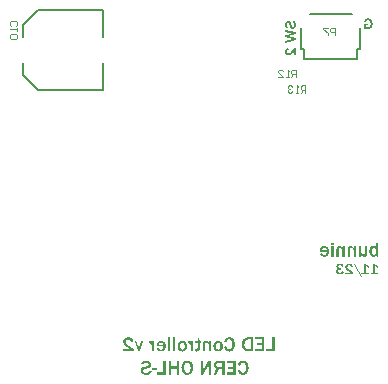
<source format=gbo>
G04*
G04 #@! TF.GenerationSoftware,Altium Limited,Altium Designer,23.10.1 (27)*
G04*
G04 Layer_Color=32896*
%FSLAX25Y25*%
%MOIN*%
G70*
G04*
G04 #@! TF.SameCoordinates,13E47035-5D8A-42FE-96CF-1707A3A9F588*
G04*
G04*
G04 #@! TF.FilePolarity,Positive*
G04*
G01*
G75*
%ADD11C,0.00787*%
%ADD14C,0.00492*%
G36*
X-30112Y-18175D02*
X-29984Y-18188D01*
X-29864Y-18210D01*
X-29749Y-18237D01*
X-29642Y-18270D01*
X-29544Y-18308D01*
X-29454Y-18347D01*
X-29372Y-18388D01*
X-29301Y-18429D01*
X-29236Y-18470D01*
X-29181Y-18508D01*
X-29135Y-18541D01*
X-29099Y-18568D01*
X-29074Y-18590D01*
X-29058Y-18603D01*
X-29053Y-18609D01*
X-28971Y-18693D01*
X-28900Y-18778D01*
X-28834Y-18868D01*
X-28777Y-18958D01*
X-28725Y-19046D01*
X-28681Y-19133D01*
X-28643Y-19218D01*
X-28610Y-19297D01*
X-28583Y-19373D01*
X-28561Y-19441D01*
X-28542Y-19504D01*
X-28528Y-19556D01*
X-28523Y-19581D01*
X-28518Y-19600D01*
X-28515Y-19619D01*
X-28512Y-19633D01*
X-28509Y-19643D01*
X-28507Y-19652D01*
Y-19657D01*
Y-19660D01*
X-29309Y-19862D01*
X-29323Y-19774D01*
X-29339Y-19693D01*
X-29358Y-19613D01*
X-29383Y-19542D01*
X-29410Y-19477D01*
X-29438Y-19414D01*
X-29470Y-19357D01*
X-29503Y-19302D01*
X-29539Y-19253D01*
X-29574Y-19209D01*
X-29612Y-19168D01*
X-29651Y-19130D01*
X-29691Y-19097D01*
X-29730Y-19067D01*
X-29771Y-19040D01*
X-29812Y-19015D01*
X-29850Y-18994D01*
X-29888Y-18977D01*
X-29965Y-18947D01*
X-30033Y-18925D01*
X-30095Y-18909D01*
X-30123Y-18906D01*
X-30147Y-18901D01*
X-30169Y-18898D01*
X-30186D01*
X-30202Y-18895D01*
X-30221D01*
X-30287Y-18898D01*
X-30349Y-18906D01*
X-30410Y-18917D01*
X-30464Y-18931D01*
X-30516Y-18950D01*
X-30565Y-18969D01*
X-30609Y-18991D01*
X-30650Y-19013D01*
X-30685Y-19035D01*
X-30718Y-19057D01*
X-30745Y-19076D01*
X-30767Y-19095D01*
X-30786Y-19108D01*
X-30797Y-19119D01*
X-30805Y-19128D01*
X-30808Y-19130D01*
X-30849Y-19174D01*
X-30885Y-19220D01*
X-30915Y-19269D01*
X-30942Y-19319D01*
X-30964Y-19368D01*
X-30983Y-19414D01*
X-30996Y-19460D01*
X-31010Y-19504D01*
X-31018Y-19548D01*
X-31026Y-19586D01*
X-31029Y-19619D01*
X-31035Y-19649D01*
Y-19673D01*
X-31037Y-19690D01*
Y-19703D01*
Y-19706D01*
X-31035Y-19761D01*
X-31026Y-19815D01*
X-31016Y-19870D01*
X-31002Y-19925D01*
X-30964Y-20028D01*
X-30944Y-20077D01*
X-30923Y-20124D01*
X-30901Y-20168D01*
X-30882Y-20209D01*
X-30863Y-20244D01*
X-30843Y-20274D01*
X-30830Y-20299D01*
X-30819Y-20315D01*
X-30811Y-20329D01*
X-30808Y-20331D01*
X-30762Y-20397D01*
X-30704Y-20462D01*
X-30641Y-20528D01*
X-30573Y-20596D01*
X-30502Y-20662D01*
X-30429Y-20727D01*
X-30355Y-20787D01*
X-30281Y-20847D01*
X-30210Y-20902D01*
X-30145Y-20951D01*
X-30082Y-20998D01*
X-30030Y-21036D01*
X-29986Y-21066D01*
X-29967Y-21079D01*
X-29954Y-21090D01*
X-29940Y-21099D01*
X-29932Y-21104D01*
X-29926Y-21109D01*
X-29923D01*
X-28507Y-22051D01*
Y-22859D01*
X-31914D01*
Y-22139D01*
X-29506D01*
X-29653Y-22054D01*
X-29792Y-21975D01*
X-29926Y-21896D01*
X-30055Y-21819D01*
X-30175Y-21745D01*
X-30289Y-21675D01*
X-30396Y-21606D01*
X-30500Y-21541D01*
X-30595Y-21478D01*
X-30685Y-21418D01*
X-30770Y-21361D01*
X-30849Y-21306D01*
X-30925Y-21254D01*
X-30994Y-21205D01*
X-31056Y-21159D01*
X-31117Y-21112D01*
X-31171Y-21071D01*
X-31220Y-21033D01*
X-31267Y-20998D01*
X-31308Y-20962D01*
X-31343Y-20932D01*
X-31376Y-20905D01*
X-31406Y-20877D01*
X-31433Y-20855D01*
X-31455Y-20834D01*
X-31471Y-20817D01*
X-31488Y-20801D01*
X-31499Y-20790D01*
X-31510Y-20779D01*
X-31515Y-20774D01*
X-31521Y-20768D01*
X-31592Y-20678D01*
X-31654Y-20588D01*
X-31709Y-20498D01*
X-31755Y-20405D01*
X-31796Y-20315D01*
X-31829Y-20228D01*
X-31856Y-20143D01*
X-31876Y-20064D01*
X-31895Y-19990D01*
X-31905Y-19922D01*
X-31914Y-19862D01*
X-31922Y-19810D01*
X-31925Y-19766D01*
Y-19750D01*
X-31927Y-19736D01*
Y-19723D01*
Y-19714D01*
Y-19712D01*
Y-19709D01*
X-31922Y-19586D01*
X-31908Y-19469D01*
X-31886Y-19357D01*
X-31856Y-19253D01*
X-31821Y-19155D01*
X-31783Y-19065D01*
X-31742Y-18980D01*
X-31698Y-18904D01*
X-31654Y-18835D01*
X-31613Y-18775D01*
X-31575Y-18723D01*
X-31540Y-18683D01*
X-31512Y-18647D01*
X-31488Y-18622D01*
X-31474Y-18609D01*
X-31469Y-18603D01*
X-31379Y-18527D01*
X-31286Y-18459D01*
X-31187Y-18401D01*
X-31087Y-18352D01*
X-30983Y-18311D01*
X-30882Y-18276D01*
X-30784Y-18246D01*
X-30688Y-18224D01*
X-30598Y-18205D01*
X-30513Y-18191D01*
X-30439Y-18183D01*
X-30407Y-18180D01*
X-30374Y-18175D01*
X-30347D01*
X-30322Y-18172D01*
X-30300D01*
X-30281Y-18169D01*
X-30248D01*
X-30112Y-18175D01*
D02*
G37*
G36*
X-26369Y-22859D02*
X-27011D01*
X-28171Y-19441D01*
X-27565D01*
X-26787Y-21759D01*
X-25987Y-19441D01*
X-25181D01*
X-26369Y-22859D01*
D02*
G37*
G36*
X3500Y-18172D02*
X3579Y-18177D01*
X3655Y-18186D01*
X3729Y-18196D01*
X3803Y-18213D01*
X3871Y-18229D01*
X4005Y-18273D01*
X4128Y-18322D01*
X4242Y-18379D01*
X4343Y-18437D01*
X4439Y-18499D01*
X4521Y-18562D01*
X4595Y-18620D01*
X4655Y-18677D01*
X4682Y-18702D01*
X4707Y-18726D01*
X4728Y-18748D01*
X4747Y-18770D01*
X4764Y-18786D01*
X4775Y-18803D01*
X4786Y-18813D01*
X4794Y-18822D01*
X4797Y-18827D01*
X4799Y-18830D01*
X4846Y-18893D01*
X4887Y-18958D01*
X4928Y-19024D01*
X4963Y-19092D01*
X5031Y-19234D01*
X5089Y-19376D01*
X5138Y-19521D01*
X5176Y-19662D01*
X5209Y-19802D01*
X5236Y-19936D01*
X5258Y-20061D01*
X5266Y-20121D01*
X5272Y-20178D01*
X5280Y-20230D01*
X5283Y-20282D01*
X5288Y-20329D01*
X5291Y-20372D01*
X5294Y-20411D01*
X5296Y-20446D01*
Y-20476D01*
X5299Y-20501D01*
Y-20520D01*
Y-20536D01*
Y-20544D01*
Y-20547D01*
X5296Y-20670D01*
X5291Y-20787D01*
X5280Y-20902D01*
X5266Y-21014D01*
X5250Y-21118D01*
X5231Y-21216D01*
X5212Y-21309D01*
X5192Y-21396D01*
X5173Y-21473D01*
X5154Y-21543D01*
X5135Y-21604D01*
X5119Y-21655D01*
X5105Y-21696D01*
X5100Y-21713D01*
X5094Y-21726D01*
X5091Y-21737D01*
X5089Y-21745D01*
X5086Y-21748D01*
Y-21751D01*
X5042Y-21849D01*
X4999Y-21945D01*
X4950Y-22032D01*
X4900Y-22114D01*
X4848Y-22190D01*
X4799Y-22262D01*
X4747Y-22327D01*
X4701Y-22387D01*
X4655Y-22439D01*
X4614Y-22483D01*
X4575Y-22524D01*
X4543Y-22556D01*
X4515Y-22581D01*
X4494Y-22600D01*
X4483Y-22611D01*
X4477Y-22614D01*
X4401Y-22668D01*
X4319Y-22717D01*
X4237Y-22761D01*
X4150Y-22797D01*
X4065Y-22827D01*
X3980Y-22854D01*
X3896Y-22873D01*
X3816Y-22889D01*
X3740Y-22903D01*
X3672Y-22914D01*
X3609Y-22919D01*
X3554Y-22925D01*
X3533Y-22928D01*
X3511D01*
X3494Y-22930D01*
X3451D01*
X3311Y-22925D01*
X3183Y-22911D01*
X3058Y-22889D01*
X2943Y-22859D01*
X2834Y-22827D01*
X2736Y-22788D01*
X2643Y-22747D01*
X2561Y-22706D01*
X2487Y-22666D01*
X2421Y-22625D01*
X2367Y-22586D01*
X2321Y-22554D01*
X2282Y-22524D01*
X2258Y-22502D01*
X2241Y-22488D01*
X2236Y-22483D01*
X2154Y-22395D01*
X2080Y-22305D01*
X2015Y-22210D01*
X1957Y-22114D01*
X1905Y-22018D01*
X1862Y-21926D01*
X1826Y-21833D01*
X1794Y-21743D01*
X1769Y-21661D01*
X1747Y-21585D01*
X1731Y-21516D01*
X1717Y-21456D01*
X1712Y-21432D01*
X1709Y-21407D01*
X1704Y-21388D01*
Y-21372D01*
X1701Y-21358D01*
X1698Y-21350D01*
Y-21344D01*
Y-21341D01*
X2471Y-21257D01*
X2479Y-21331D01*
X2492Y-21402D01*
X2512Y-21467D01*
X2531Y-21533D01*
X2555Y-21593D01*
X2580Y-21650D01*
X2604Y-21702D01*
X2629Y-21751D01*
X2656Y-21795D01*
X2681Y-21833D01*
X2703Y-21866D01*
X2722Y-21893D01*
X2738Y-21915D01*
X2752Y-21931D01*
X2760Y-21942D01*
X2763Y-21945D01*
X2812Y-21994D01*
X2864Y-22040D01*
X2916Y-22079D01*
X2967Y-22111D01*
X3022Y-22139D01*
X3071Y-22161D01*
X3123Y-22180D01*
X3170Y-22196D01*
X3216Y-22207D01*
X3257Y-22215D01*
X3292Y-22223D01*
X3325Y-22226D01*
X3350Y-22229D01*
X3369Y-22231D01*
X3385D01*
X3470Y-22226D01*
X3546Y-22212D01*
X3623Y-22190D01*
X3691Y-22163D01*
X3757Y-22133D01*
X3816Y-22095D01*
X3874Y-22057D01*
X3923Y-22016D01*
X3967Y-21978D01*
X4008Y-21939D01*
X4040Y-21901D01*
X4068Y-21868D01*
X4090Y-21841D01*
X4106Y-21822D01*
X4117Y-21808D01*
X4120Y-21803D01*
X4169Y-21718D01*
X4212Y-21625D01*
X4248Y-21527D01*
X4281Y-21423D01*
X4308Y-21320D01*
X4330Y-21213D01*
X4349Y-21109D01*
X4363Y-21008D01*
X4374Y-20910D01*
X4384Y-20823D01*
X4390Y-20741D01*
X4393Y-20705D01*
Y-20673D01*
X4395Y-20640D01*
Y-20613D01*
X4398Y-20591D01*
Y-20572D01*
Y-20555D01*
Y-20542D01*
Y-20536D01*
Y-20533D01*
X4395Y-20383D01*
X4387Y-20241D01*
X4374Y-20110D01*
X4357Y-19990D01*
X4338Y-19875D01*
X4316Y-19772D01*
X4292Y-19679D01*
X4267Y-19594D01*
X4245Y-19521D01*
X4221Y-19455D01*
X4199Y-19400D01*
X4180Y-19357D01*
X4163Y-19321D01*
X4150Y-19294D01*
X4141Y-19280D01*
X4139Y-19275D01*
X4087Y-19198D01*
X4032Y-19130D01*
X3975Y-19073D01*
X3915Y-19021D01*
X3855Y-18980D01*
X3795Y-18945D01*
X3735Y-18914D01*
X3677Y-18893D01*
X3623Y-18874D01*
X3574Y-18860D01*
X3530Y-18852D01*
X3489Y-18844D01*
X3456Y-18841D01*
X3434Y-18838D01*
X3413D01*
X3344Y-18841D01*
X3281Y-18849D01*
X3221Y-18863D01*
X3161Y-18882D01*
X3107Y-18906D01*
X3055Y-18934D01*
X3006Y-18966D01*
X2957Y-19002D01*
X2913Y-19040D01*
X2872Y-19081D01*
X2793Y-19168D01*
X2727Y-19264D01*
X2667Y-19360D01*
X2618Y-19458D01*
X2577Y-19553D01*
X2542Y-19641D01*
X2528Y-19682D01*
X2514Y-19720D01*
X2503Y-19755D01*
X2495Y-19788D01*
X2487Y-19815D01*
X2482Y-19840D01*
X2476Y-19859D01*
X2473Y-19873D01*
X2471Y-19881D01*
Y-19884D01*
X1698Y-19805D01*
X1725Y-19660D01*
X1758Y-19526D01*
X1796Y-19400D01*
X1840Y-19283D01*
X1886Y-19174D01*
X1933Y-19073D01*
X1982Y-18983D01*
X2031Y-18904D01*
X2080Y-18830D01*
X2124Y-18767D01*
X2168Y-18715D01*
X2203Y-18672D01*
X2233Y-18636D01*
X2258Y-18611D01*
X2271Y-18598D01*
X2277Y-18592D01*
X2364Y-18519D01*
X2457Y-18453D01*
X2553Y-18396D01*
X2648Y-18347D01*
X2744Y-18306D01*
X2839Y-18273D01*
X2929Y-18246D01*
X3019Y-18221D01*
X3101Y-18205D01*
X3178Y-18191D01*
X3246Y-18183D01*
X3303Y-18175D01*
X3328D01*
X3352Y-18172D01*
X3371D01*
X3388Y-18169D01*
X3418D01*
X3500Y-18172D01*
D02*
G37*
G36*
X-6538Y-18551D02*
X-6467Y-19441D01*
X-5995D01*
Y-20039D01*
X-6421D01*
Y-21811D01*
Y-21893D01*
X-6426Y-21967D01*
X-6432Y-22038D01*
X-6437Y-22103D01*
X-6446Y-22163D01*
X-6454Y-22218D01*
X-6462Y-22267D01*
X-6473Y-22311D01*
X-6484Y-22349D01*
X-6492Y-22382D01*
X-6500Y-22412D01*
X-6508Y-22433D01*
X-6516Y-22453D01*
X-6519Y-22464D01*
X-6525Y-22472D01*
Y-22474D01*
X-6547Y-22513D01*
X-6568Y-22551D01*
X-6620Y-22616D01*
X-6675Y-22674D01*
X-6727Y-22723D01*
X-6776Y-22761D01*
X-6798Y-22775D01*
X-6817Y-22788D01*
X-6831Y-22797D01*
X-6841Y-22805D01*
X-6850Y-22807D01*
X-6852Y-22810D01*
X-6896Y-22832D01*
X-6940Y-22851D01*
X-7030Y-22881D01*
X-7120Y-22903D01*
X-7204Y-22917D01*
X-7243Y-22922D01*
X-7278Y-22928D01*
X-7308Y-22930D01*
X-7335D01*
X-7357Y-22933D01*
X-7426D01*
X-7464Y-22930D01*
X-7551Y-22922D01*
X-7638Y-22908D01*
X-7726Y-22895D01*
X-7767Y-22889D01*
X-7802Y-22884D01*
X-7835Y-22876D01*
X-7865Y-22870D01*
X-7890Y-22865D01*
X-7906Y-22862D01*
X-7920Y-22859D01*
X-7923D01*
Y-22259D01*
X-7884Y-22262D01*
X-7816D01*
X-7789Y-22264D01*
X-7729D01*
X-7671Y-22262D01*
X-7617Y-22259D01*
X-7568Y-22253D01*
X-7524Y-22245D01*
X-7483Y-22237D01*
X-7445Y-22229D01*
X-7415Y-22218D01*
X-7385Y-22207D01*
X-7360Y-22196D01*
X-7341Y-22185D01*
X-7325Y-22177D01*
X-7311Y-22169D01*
X-7300Y-22161D01*
X-7292Y-22155D01*
X-7289Y-22150D01*
X-7286D01*
X-7267Y-22125D01*
X-7248Y-22098D01*
X-7235Y-22065D01*
X-7221Y-22032D01*
X-7199Y-21959D01*
X-7185Y-21885D01*
X-7183Y-21852D01*
X-7177Y-21819D01*
X-7174Y-21789D01*
Y-21762D01*
X-7172Y-21740D01*
Y-21724D01*
Y-21713D01*
Y-21710D01*
Y-20039D01*
X-7857D01*
Y-19441D01*
X-7172D01*
Y-18494D01*
X-6538Y-18551D01*
D02*
G37*
G36*
X-19263Y-19373D02*
X-19195Y-19376D01*
X-19066Y-19392D01*
X-18944Y-19417D01*
X-18832Y-19450D01*
X-18725Y-19488D01*
X-18627Y-19532D01*
X-18539Y-19578D01*
X-18458Y-19624D01*
X-18386Y-19671D01*
X-18324Y-19717D01*
X-18272Y-19761D01*
X-18225Y-19799D01*
X-18193Y-19832D01*
X-18165Y-19856D01*
X-18152Y-19873D01*
X-18146Y-19875D01*
Y-19878D01*
X-18070Y-19976D01*
X-18002Y-20080D01*
X-17944Y-20184D01*
X-17895Y-20293D01*
X-17852Y-20400D01*
X-17816Y-20506D01*
X-17789Y-20610D01*
X-17764Y-20711D01*
X-17745Y-20804D01*
X-17731Y-20888D01*
X-17723Y-20965D01*
X-17720Y-21000D01*
X-17718Y-21033D01*
X-17715Y-21060D01*
X-17712Y-21088D01*
Y-21109D01*
X-17709Y-21126D01*
Y-21142D01*
Y-21153D01*
Y-21159D01*
Y-21161D01*
X-17715Y-21312D01*
X-17729Y-21451D01*
X-17751Y-21585D01*
X-17778Y-21707D01*
X-17810Y-21822D01*
X-17846Y-21928D01*
X-17884Y-22027D01*
X-17925Y-22114D01*
X-17966Y-22193D01*
X-18004Y-22262D01*
X-18040Y-22319D01*
X-18073Y-22368D01*
X-18100Y-22406D01*
X-18122Y-22433D01*
X-18130Y-22442D01*
X-18135Y-22450D01*
X-18141Y-22453D01*
Y-22455D01*
X-18182Y-22499D01*
X-18225Y-22540D01*
X-18316Y-22611D01*
X-18408Y-22677D01*
X-18504Y-22731D01*
X-18599Y-22775D01*
X-18695Y-22813D01*
X-18788Y-22846D01*
X-18878Y-22870D01*
X-18963Y-22889D01*
X-19039Y-22906D01*
X-19110Y-22917D01*
X-19170Y-22922D01*
X-19195Y-22925D01*
X-19219Y-22928D01*
X-19238D01*
X-19257Y-22930D01*
X-19287D01*
X-19397Y-22928D01*
X-19500Y-22917D01*
X-19599Y-22903D01*
X-19692Y-22884D01*
X-19779Y-22859D01*
X-19861Y-22835D01*
X-19934Y-22807D01*
X-20003Y-22780D01*
X-20063Y-22753D01*
X-20117Y-22726D01*
X-20164Y-22698D01*
X-20202Y-22677D01*
X-20232Y-22657D01*
X-20254Y-22644D01*
X-20267Y-22633D01*
X-20273Y-22630D01*
X-20344Y-22573D01*
X-20410Y-22510D01*
X-20467Y-22447D01*
X-20521Y-22384D01*
X-20571Y-22319D01*
X-20612Y-22256D01*
X-20650Y-22193D01*
X-20685Y-22136D01*
X-20712Y-22079D01*
X-20737Y-22029D01*
X-20756Y-21983D01*
X-20773Y-21942D01*
X-20786Y-21909D01*
X-20794Y-21885D01*
X-20797Y-21871D01*
X-20800Y-21866D01*
X-20104Y-21770D01*
X-20085Y-21822D01*
X-20063Y-21868D01*
X-20038Y-21912D01*
X-20014Y-21953D01*
X-19986Y-21991D01*
X-19956Y-22029D01*
X-19899Y-22092D01*
X-19836Y-22147D01*
X-19771Y-22190D01*
X-19705Y-22229D01*
X-19642Y-22256D01*
X-19580Y-22281D01*
X-19522Y-22297D01*
X-19470Y-22311D01*
X-19424Y-22319D01*
X-19386Y-22324D01*
X-19356Y-22327D01*
X-19331D01*
X-19276Y-22324D01*
X-19225Y-22322D01*
X-19175Y-22313D01*
X-19129Y-22302D01*
X-19085Y-22291D01*
X-19047Y-22278D01*
X-19009Y-22264D01*
X-18976Y-22248D01*
X-18944Y-22234D01*
X-18919Y-22221D01*
X-18894Y-22207D01*
X-18875Y-22196D01*
X-18859Y-22185D01*
X-18848Y-22177D01*
X-18843Y-22174D01*
X-18840Y-22171D01*
X-18804Y-22141D01*
X-18771Y-22111D01*
X-18742Y-22079D01*
X-18717Y-22049D01*
X-18670Y-21986D01*
X-18635Y-21928D01*
X-18608Y-21879D01*
X-18599Y-21858D01*
X-18591Y-21841D01*
X-18586Y-21825D01*
X-18580Y-21814D01*
X-18578Y-21808D01*
Y-21806D01*
X-18567Y-21765D01*
X-18556Y-21721D01*
X-18539Y-21628D01*
X-18529Y-21535D01*
X-18520Y-21448D01*
X-18518Y-21404D01*
X-18515Y-21369D01*
Y-21333D01*
X-18512Y-21303D01*
Y-21279D01*
Y-21262D01*
Y-21249D01*
Y-21246D01*
X-20857D01*
X-20860Y-21159D01*
X-20854Y-21014D01*
X-20843Y-20877D01*
X-20824Y-20749D01*
X-20797Y-20626D01*
X-20767Y-20512D01*
X-20734Y-20405D01*
X-20699Y-20310D01*
X-20661Y-20220D01*
X-20622Y-20143D01*
X-20587Y-20072D01*
X-20554Y-20012D01*
X-20524Y-19963D01*
X-20500Y-19925D01*
X-20489Y-19908D01*
X-20478Y-19895D01*
X-20472Y-19886D01*
X-20467Y-19878D01*
X-20461Y-19875D01*
Y-19873D01*
X-20423Y-19826D01*
X-20382Y-19785D01*
X-20341Y-19744D01*
X-20298Y-19706D01*
X-20210Y-19641D01*
X-20117Y-19583D01*
X-20022Y-19534D01*
X-19929Y-19493D01*
X-19836Y-19460D01*
X-19746Y-19433D01*
X-19661Y-19411D01*
X-19585Y-19398D01*
X-19514Y-19387D01*
X-19451Y-19379D01*
X-19424Y-19376D01*
X-19402Y-19373D01*
X-19380D01*
X-19364Y-19370D01*
X-19331D01*
X-19263Y-19373D01*
D02*
G37*
G36*
X18504Y-22859D02*
X15662D01*
Y-22106D01*
X17628D01*
Y-18240D01*
X18504D01*
Y-22859D01*
D02*
G37*
G36*
X15048D02*
X12045D01*
Y-22144D01*
X14215D01*
Y-20850D01*
X12495D01*
Y-20178D01*
X14215D01*
Y-18925D01*
X12077D01*
Y-18240D01*
X15048D01*
Y-22859D01*
D02*
G37*
G36*
X11351D02*
X9836D01*
X9735Y-22857D01*
X9637Y-22851D01*
X9541Y-22843D01*
X9448Y-22832D01*
X9358Y-22816D01*
X9274Y-22799D01*
X9189Y-22777D01*
X9110Y-22756D01*
X9034Y-22734D01*
X8960Y-22706D01*
X8889Y-22679D01*
X8821Y-22652D01*
X8755Y-22622D01*
X8695Y-22592D01*
X8635Y-22562D01*
X8580Y-22529D01*
X8529Y-22499D01*
X8479Y-22469D01*
X8436Y-22439D01*
X8395Y-22409D01*
X8354Y-22382D01*
X8318Y-22354D01*
X8288Y-22327D01*
X8258Y-22305D01*
X8234Y-22283D01*
X8212Y-22262D01*
X8193Y-22245D01*
X8176Y-22229D01*
X8165Y-22218D01*
X8155Y-22210D01*
X8152Y-22204D01*
X8149Y-22201D01*
X8095Y-22139D01*
X8045Y-22073D01*
X7999Y-22008D01*
X7955Y-21942D01*
X7914Y-21874D01*
X7876Y-21806D01*
X7841Y-21735D01*
X7808Y-21666D01*
X7750Y-21527D01*
X7704Y-21391D01*
X7663Y-21260D01*
X7633Y-21131D01*
X7609Y-21014D01*
X7598Y-20956D01*
X7589Y-20905D01*
X7584Y-20853D01*
X7579Y-20806D01*
X7573Y-20763D01*
X7568Y-20722D01*
X7565Y-20686D01*
X7562Y-20653D01*
Y-20626D01*
X7559Y-20602D01*
Y-20583D01*
Y-20569D01*
Y-20561D01*
Y-20558D01*
X7562Y-20468D01*
X7565Y-20378D01*
X7573Y-20290D01*
X7584Y-20206D01*
X7611Y-20042D01*
X7649Y-19886D01*
X7693Y-19739D01*
X7739Y-19605D01*
X7767Y-19540D01*
X7791Y-19480D01*
X7819Y-19420D01*
X7846Y-19365D01*
X7873Y-19313D01*
X7901Y-19261D01*
X7925Y-19215D01*
X7953Y-19171D01*
X7977Y-19130D01*
X7999Y-19095D01*
X8021Y-19059D01*
X8043Y-19029D01*
X8062Y-19002D01*
X8081Y-18977D01*
X8095Y-18956D01*
X8108Y-18939D01*
X8119Y-18925D01*
X8127Y-18917D01*
X8130Y-18912D01*
X8133Y-18909D01*
X8187Y-18849D01*
X8245Y-18792D01*
X8302Y-18737D01*
X8362Y-18688D01*
X8422Y-18642D01*
X8485Y-18598D01*
X8548Y-18560D01*
X8610Y-18521D01*
X8673Y-18489D01*
X8736Y-18459D01*
X8862Y-18404D01*
X8987Y-18360D01*
X9105Y-18325D01*
X9217Y-18295D01*
X9318Y-18276D01*
X9367Y-18268D01*
X9410Y-18259D01*
X9454Y-18254D01*
X9492Y-18251D01*
X9525Y-18248D01*
X9558Y-18246D01*
X9582Y-18243D01*
X9607Y-18240D01*
X11351D01*
Y-22859D01*
D02*
G37*
G36*
X-4262Y-19373D02*
X-4204Y-19381D01*
X-4144Y-19392D01*
X-4090Y-19409D01*
X-4035Y-19428D01*
X-3980Y-19450D01*
X-3931Y-19477D01*
X-3882Y-19504D01*
X-3789Y-19570D01*
X-3705Y-19643D01*
X-3625Y-19720D01*
X-3557Y-19802D01*
X-3494Y-19881D01*
X-3440Y-19960D01*
X-3393Y-20034D01*
X-3355Y-20099D01*
X-3339Y-20127D01*
X-3325Y-20154D01*
X-3314Y-20176D01*
X-3303Y-20195D01*
X-3298Y-20211D01*
X-3292Y-20222D01*
X-3287Y-20230D01*
Y-19441D01*
X-2583D01*
Y-22859D01*
X-3355D01*
Y-21104D01*
X-3358Y-21008D01*
X-3366Y-20916D01*
X-3377Y-20834D01*
X-3391Y-20754D01*
X-3407Y-20684D01*
X-3426Y-20618D01*
X-3448Y-20561D01*
X-3470Y-20506D01*
X-3489Y-20460D01*
X-3511Y-20422D01*
X-3530Y-20386D01*
X-3546Y-20359D01*
X-3560Y-20337D01*
X-3571Y-20321D01*
X-3579Y-20312D01*
X-3582Y-20310D01*
X-3625Y-20263D01*
X-3669Y-20222D01*
X-3715Y-20187D01*
X-3759Y-20157D01*
X-3806Y-20129D01*
X-3849Y-20110D01*
X-3890Y-20091D01*
X-3931Y-20077D01*
X-3969Y-20067D01*
X-4005Y-20058D01*
X-4035Y-20053D01*
X-4059Y-20048D01*
X-4081D01*
X-4098Y-20045D01*
X-4111D01*
X-4152Y-20048D01*
X-4191Y-20053D01*
X-4226Y-20061D01*
X-4262Y-20072D01*
X-4327Y-20099D01*
X-4382Y-20129D01*
X-4403Y-20146D01*
X-4425Y-20162D01*
X-4442Y-20176D01*
X-4458Y-20189D01*
X-4469Y-20200D01*
X-4477Y-20209D01*
X-4483Y-20214D01*
X-4485Y-20217D01*
X-4513Y-20249D01*
X-4537Y-20288D01*
X-4556Y-20326D01*
X-4575Y-20367D01*
X-4592Y-20411D01*
X-4603Y-20451D01*
X-4622Y-20533D01*
X-4627Y-20572D01*
X-4633Y-20607D01*
X-4636Y-20640D01*
X-4638Y-20670D01*
X-4641Y-20692D01*
Y-20711D01*
Y-20722D01*
Y-20725D01*
Y-22859D01*
X-5414D01*
Y-20653D01*
X-5411Y-20525D01*
X-5400Y-20405D01*
X-5384Y-20296D01*
X-5364Y-20195D01*
X-5340Y-20105D01*
X-5313Y-20023D01*
X-5283Y-19949D01*
X-5255Y-19886D01*
X-5225Y-19829D01*
X-5195Y-19783D01*
X-5168Y-19742D01*
X-5143Y-19709D01*
X-5124Y-19684D01*
X-5108Y-19668D01*
X-5097Y-19657D01*
X-5094Y-19654D01*
X-5034Y-19605D01*
X-4969Y-19561D01*
X-4906Y-19523D01*
X-4840Y-19490D01*
X-4775Y-19463D01*
X-4709Y-19439D01*
X-4649Y-19420D01*
X-4589Y-19406D01*
X-4535Y-19395D01*
X-4483Y-19384D01*
X-4439Y-19379D01*
X-4401Y-19376D01*
X-4368Y-19373D01*
X-4343Y-19370D01*
X-4324D01*
X-4262Y-19373D01*
D02*
G37*
G36*
X-10164Y-19343D02*
X-10115Y-19349D01*
X-10063Y-19360D01*
X-10016Y-19376D01*
X-9924Y-19411D01*
X-9883Y-19431D01*
X-9844Y-19450D01*
X-9809Y-19471D01*
X-9776Y-19490D01*
X-9746Y-19510D01*
X-9724Y-19526D01*
X-9705Y-19540D01*
X-9689Y-19551D01*
X-9681Y-19559D01*
X-9678Y-19561D01*
X-9631Y-19605D01*
X-9585Y-19654D01*
X-9544Y-19706D01*
X-9506Y-19763D01*
X-9468Y-19821D01*
X-9435Y-19878D01*
X-9405Y-19936D01*
X-9377Y-19990D01*
X-9353Y-20045D01*
X-9331Y-20094D01*
X-9312Y-20140D01*
X-9298Y-20178D01*
X-9287Y-20211D01*
X-9279Y-20236D01*
X-9274Y-20252D01*
X-9271Y-20255D01*
Y-19441D01*
X-8572D01*
Y-22859D01*
X-9345D01*
Y-21276D01*
X-9347Y-21210D01*
X-9353Y-21145D01*
X-9361Y-21079D01*
X-9375Y-21014D01*
X-9388Y-20951D01*
X-9405Y-20891D01*
X-9424Y-20834D01*
X-9440Y-20782D01*
X-9459Y-20730D01*
X-9476Y-20686D01*
X-9492Y-20648D01*
X-9506Y-20613D01*
X-9520Y-20585D01*
X-9528Y-20566D01*
X-9533Y-20555D01*
X-9536Y-20550D01*
X-9577Y-20484D01*
X-9623Y-20424D01*
X-9678Y-20375D01*
X-9738Y-20331D01*
X-9801Y-20296D01*
X-9866Y-20266D01*
X-9932Y-20241D01*
X-9997Y-20220D01*
X-10060Y-20206D01*
X-10120Y-20192D01*
X-10175Y-20184D01*
X-10221Y-20178D01*
X-10262Y-20176D01*
X-10278Y-20173D01*
X-10317D01*
Y-19343D01*
X-10276Y-19340D01*
X-10216D01*
X-10164Y-19343D01*
D02*
G37*
G36*
X-14535Y-22859D02*
X-15307D01*
Y-18240D01*
X-14535D01*
Y-22859D01*
D02*
G37*
G36*
X-16230D02*
X-17002D01*
Y-18240D01*
X-16230D01*
Y-22859D01*
D02*
G37*
G36*
X-23156Y-19343D02*
X-23107Y-19349D01*
X-23055Y-19360D01*
X-23008Y-19376D01*
X-22916Y-19411D01*
X-22875Y-19431D01*
X-22836Y-19450D01*
X-22801Y-19471D01*
X-22768Y-19490D01*
X-22738Y-19510D01*
X-22716Y-19526D01*
X-22697Y-19540D01*
X-22681Y-19551D01*
X-22673Y-19559D01*
X-22670Y-19561D01*
X-22624Y-19605D01*
X-22577Y-19654D01*
X-22536Y-19706D01*
X-22498Y-19764D01*
X-22460Y-19821D01*
X-22427Y-19878D01*
X-22397Y-19936D01*
X-22370Y-19990D01*
X-22345Y-20045D01*
X-22323Y-20094D01*
X-22304Y-20140D01*
X-22290Y-20178D01*
X-22279Y-20211D01*
X-22271Y-20236D01*
X-22266Y-20252D01*
X-22263Y-20255D01*
Y-19441D01*
X-21564D01*
Y-22859D01*
X-22337D01*
Y-21276D01*
X-22340Y-21211D01*
X-22345Y-21145D01*
X-22353Y-21079D01*
X-22367Y-21014D01*
X-22380Y-20951D01*
X-22397Y-20891D01*
X-22416Y-20834D01*
X-22432Y-20782D01*
X-22452Y-20730D01*
X-22468Y-20686D01*
X-22484Y-20648D01*
X-22498Y-20613D01*
X-22512Y-20585D01*
X-22520Y-20566D01*
X-22525Y-20555D01*
X-22528Y-20550D01*
X-22569Y-20484D01*
X-22615Y-20424D01*
X-22670Y-20375D01*
X-22730Y-20331D01*
X-22793Y-20296D01*
X-22858Y-20266D01*
X-22924Y-20241D01*
X-22989Y-20220D01*
X-23052Y-20206D01*
X-23112Y-20192D01*
X-23167Y-20184D01*
X-23213Y-20178D01*
X-23254Y-20176D01*
X-23270Y-20173D01*
X-23309D01*
Y-19343D01*
X-23268Y-19340D01*
X-23208D01*
X-23156Y-19343D01*
D02*
G37*
G36*
X-175Y-19376D02*
X-49Y-19392D01*
X71Y-19417D01*
X180Y-19450D01*
X284Y-19488D01*
X382Y-19532D01*
X470Y-19575D01*
X549Y-19622D01*
X620Y-19671D01*
X683Y-19714D01*
X734Y-19758D01*
X781Y-19796D01*
X814Y-19829D01*
X838Y-19854D01*
X855Y-19870D01*
X857Y-19873D01*
X860Y-19875D01*
X936Y-19971D01*
X1005Y-20075D01*
X1065Y-20178D01*
X1117Y-20285D01*
X1158Y-20391D01*
X1193Y-20495D01*
X1223Y-20596D01*
X1248Y-20695D01*
X1264Y-20785D01*
X1278Y-20869D01*
X1289Y-20946D01*
X1291Y-20978D01*
X1294Y-21011D01*
X1297Y-21038D01*
X1299Y-21063D01*
Y-21085D01*
X1302Y-21104D01*
Y-21118D01*
Y-21128D01*
Y-21134D01*
Y-21137D01*
X1297Y-21268D01*
X1286Y-21393D01*
X1264Y-21513D01*
X1239Y-21628D01*
X1209Y-21740D01*
X1177Y-21841D01*
X1141Y-21937D01*
X1103Y-22027D01*
X1065Y-22106D01*
X1029Y-22177D01*
X996Y-22240D01*
X966Y-22291D01*
X953Y-22313D01*
X939Y-22332D01*
X931Y-22349D01*
X920Y-22363D01*
X915Y-22373D01*
X909Y-22382D01*
X904Y-22384D01*
Y-22387D01*
X865Y-22436D01*
X824Y-22483D01*
X783Y-22526D01*
X740Y-22567D01*
X693Y-22603D01*
X647Y-22638D01*
X554Y-22701D01*
X456Y-22753D01*
X360Y-22797D01*
X265Y-22835D01*
X175Y-22862D01*
X87Y-22884D01*
X6Y-22900D01*
X-65Y-22914D01*
X-98Y-22919D01*
X-128Y-22922D01*
X-158Y-22925D01*
X-180Y-22928D01*
X-202D01*
X-221Y-22930D01*
X-254D01*
X-319Y-22928D01*
X-382Y-22925D01*
X-505Y-22908D01*
X-622Y-22884D01*
X-732Y-22854D01*
X-835Y-22816D01*
X-931Y-22775D01*
X-1018Y-22731D01*
X-1100Y-22685D01*
X-1171Y-22638D01*
X-1234Y-22595D01*
X-1289Y-22554D01*
X-1335Y-22515D01*
X-1371Y-22485D01*
X-1395Y-22461D01*
X-1411Y-22444D01*
X-1417Y-22439D01*
X-1499Y-22343D01*
X-1567Y-22242D01*
X-1630Y-22136D01*
X-1682Y-22027D01*
X-1725Y-21920D01*
X-1764Y-21811D01*
X-1794Y-21705D01*
X-1818Y-21604D01*
X-1837Y-21508D01*
X-1851Y-21418D01*
X-1862Y-21339D01*
X-1865Y-21303D01*
X-1867Y-21271D01*
X-1870Y-21240D01*
X-1873Y-21216D01*
Y-21191D01*
X-1876Y-21172D01*
Y-21156D01*
Y-21145D01*
Y-21139D01*
Y-21137D01*
X-1870Y-20992D01*
X-1856Y-20855D01*
X-1835Y-20727D01*
X-1807Y-20604D01*
X-1772Y-20492D01*
X-1736Y-20389D01*
X-1695Y-20290D01*
X-1654Y-20203D01*
X-1613Y-20127D01*
X-1572Y-20058D01*
X-1537Y-19998D01*
X-1501Y-19949D01*
X-1474Y-19911D01*
X-1452Y-19884D01*
X-1444Y-19875D01*
X-1439Y-19867D01*
X-1433Y-19862D01*
X-1392Y-19818D01*
X-1349Y-19774D01*
X-1259Y-19701D01*
X-1166Y-19635D01*
X-1073Y-19578D01*
X-977Y-19529D01*
X-884Y-19490D01*
X-792Y-19458D01*
X-704Y-19431D01*
X-622Y-19411D01*
X-546Y-19395D01*
X-478Y-19384D01*
X-420Y-19379D01*
X-396Y-19376D01*
X-371Y-19373D01*
X-352D01*
X-336Y-19370D01*
X-237D01*
X-175Y-19376D01*
D02*
G37*
G36*
X-12129Y-19376D02*
X-12004Y-19392D01*
X-11884Y-19417D01*
X-11774Y-19450D01*
X-11671Y-19488D01*
X-11573Y-19532D01*
X-11485Y-19575D01*
X-11406Y-19622D01*
X-11335Y-19671D01*
X-11272Y-19714D01*
X-11220Y-19758D01*
X-11174Y-19796D01*
X-11141Y-19829D01*
X-11117Y-19854D01*
X-11100Y-19870D01*
X-11097Y-19873D01*
X-11095Y-19875D01*
X-11018Y-19971D01*
X-10950Y-20075D01*
X-10890Y-20178D01*
X-10838Y-20285D01*
X-10797Y-20391D01*
X-10762Y-20495D01*
X-10732Y-20596D01*
X-10707Y-20695D01*
X-10691Y-20785D01*
X-10677Y-20869D01*
X-10666Y-20946D01*
X-10663Y-20978D01*
X-10661Y-21011D01*
X-10658Y-21038D01*
X-10655Y-21063D01*
Y-21085D01*
X-10652Y-21104D01*
Y-21118D01*
Y-21129D01*
Y-21134D01*
Y-21137D01*
X-10658Y-21268D01*
X-10669Y-21393D01*
X-10691Y-21513D01*
X-10715Y-21628D01*
X-10745Y-21740D01*
X-10778Y-21841D01*
X-10813Y-21937D01*
X-10852Y-22027D01*
X-10890Y-22106D01*
X-10926Y-22177D01*
X-10958Y-22240D01*
X-10988Y-22291D01*
X-11002Y-22313D01*
X-11016Y-22332D01*
X-11024Y-22349D01*
X-11035Y-22363D01*
X-11040Y-22373D01*
X-11046Y-22382D01*
X-11051Y-22384D01*
Y-22387D01*
X-11089Y-22436D01*
X-11130Y-22483D01*
X-11171Y-22526D01*
X-11215Y-22567D01*
X-11261Y-22603D01*
X-11308Y-22638D01*
X-11400Y-22701D01*
X-11499Y-22753D01*
X-11594Y-22797D01*
X-11690Y-22835D01*
X-11780Y-22862D01*
X-11867Y-22884D01*
X-11949Y-22900D01*
X-12020Y-22914D01*
X-12053Y-22919D01*
X-12083Y-22922D01*
X-12113Y-22925D01*
X-12135Y-22928D01*
X-12157D01*
X-12176Y-22930D01*
X-12209D01*
X-12274Y-22928D01*
X-12337Y-22925D01*
X-12460Y-22908D01*
X-12577Y-22884D01*
X-12686Y-22854D01*
X-12790Y-22816D01*
X-12886Y-22775D01*
X-12973Y-22731D01*
X-13055Y-22685D01*
X-13126Y-22638D01*
X-13189Y-22595D01*
X-13243Y-22554D01*
X-13290Y-22515D01*
X-13325Y-22485D01*
X-13350Y-22461D01*
X-13366Y-22444D01*
X-13372Y-22439D01*
X-13453Y-22343D01*
X-13522Y-22242D01*
X-13585Y-22136D01*
X-13636Y-22027D01*
X-13680Y-21920D01*
X-13718Y-21811D01*
X-13748Y-21705D01*
X-13773Y-21604D01*
X-13792Y-21508D01*
X-13806Y-21418D01*
X-13816Y-21339D01*
X-13819Y-21303D01*
X-13822Y-21271D01*
X-13825Y-21240D01*
X-13827Y-21216D01*
Y-21191D01*
X-13830Y-21172D01*
Y-21156D01*
Y-21145D01*
Y-21139D01*
Y-21137D01*
X-13825Y-20992D01*
X-13811Y-20855D01*
X-13789Y-20727D01*
X-13762Y-20604D01*
X-13726Y-20493D01*
X-13691Y-20389D01*
X-13650Y-20290D01*
X-13609Y-20203D01*
X-13568Y-20127D01*
X-13527Y-20058D01*
X-13492Y-19998D01*
X-13456Y-19949D01*
X-13429Y-19911D01*
X-13407Y-19884D01*
X-13399Y-19875D01*
X-13393Y-19867D01*
X-13388Y-19862D01*
X-13347Y-19818D01*
X-13303Y-19774D01*
X-13213Y-19701D01*
X-13120Y-19635D01*
X-13028Y-19578D01*
X-12932Y-19529D01*
X-12839Y-19490D01*
X-12746Y-19458D01*
X-12659Y-19431D01*
X-12577Y-19411D01*
X-12501Y-19395D01*
X-12432Y-19384D01*
X-12375Y-19379D01*
X-12350Y-19376D01*
X-12326Y-19373D01*
X-12307D01*
X-12291Y-19370D01*
X-12192D01*
X-12129Y-19376D01*
D02*
G37*
G36*
X24785Y87375D02*
X24861Y87342D01*
X24935Y87307D01*
X25000Y87268D01*
X25062Y87225D01*
X25117Y87182D01*
X25166Y87139D01*
X25209Y87096D01*
X25250Y87055D01*
X25283Y87016D01*
X25312Y86981D01*
X25334Y86949D01*
X25353Y86924D01*
X25365Y86903D01*
X25373Y86891D01*
X25375Y86889D01*
Y86887D01*
X25412Y86813D01*
X25447Y86737D01*
X25476Y86659D01*
X25500Y86582D01*
X25521Y86506D01*
X25537Y86430D01*
X25552Y86358D01*
X25564Y86291D01*
X25572Y86225D01*
X25578Y86168D01*
X25584Y86114D01*
X25586Y86092D01*
Y86069D01*
X25589Y86051D01*
Y86032D01*
X25591Y86018D01*
Y85983D01*
X25586Y85870D01*
X25578Y85764D01*
X25564Y85663D01*
X25545Y85569D01*
X25523Y85481D01*
X25498Y85397D01*
X25472Y85323D01*
X25443Y85253D01*
X25416Y85192D01*
X25390Y85138D01*
X25365Y85093D01*
X25343Y85054D01*
X25334Y85038D01*
X25324Y85024D01*
X25316Y85011D01*
X25310Y85003D01*
X25306Y84995D01*
X25302Y84989D01*
X25297Y84987D01*
Y84985D01*
X25269Y84950D01*
X25240Y84917D01*
X25209Y84886D01*
X25179Y84857D01*
X25115Y84806D01*
X25047Y84761D01*
X24982Y84724D01*
X24914Y84693D01*
X24848Y84667D01*
X24785Y84646D01*
X24725Y84632D01*
X24670Y84620D01*
X24621Y84611D01*
X24578Y84605D01*
X24559Y84603D01*
X24543Y84601D01*
X24529D01*
X24516Y84599D01*
X24506D01*
X24500D01*
X24496D01*
X24494D01*
X24434Y84601D01*
X24377Y84607D01*
X24322Y84616D01*
X24268Y84628D01*
X24219Y84642D01*
X24170Y84657D01*
X24125Y84675D01*
X24084Y84692D01*
X24047Y84708D01*
X24014Y84724D01*
X23983Y84741D01*
X23959Y84755D01*
X23940Y84767D01*
X23926Y84776D01*
X23916Y84782D01*
X23914Y84784D01*
X23889Y84802D01*
X23866Y84823D01*
X23821Y84868D01*
X23778Y84917D01*
X23739Y84972D01*
X23705Y85032D01*
X23672Y85091D01*
X23641Y85151D01*
X23614Y85210D01*
X23592Y85268D01*
X23571Y85323D01*
X23553Y85372D01*
X23539Y85415D01*
X23532Y85434D01*
X23528Y85450D01*
X23524Y85466D01*
X23520Y85479D01*
X23518Y85487D01*
X23516Y85495D01*
X23514Y85499D01*
Y85501D01*
X23366Y86092D01*
X23354Y86135D01*
X23342Y86178D01*
X23329Y86215D01*
X23315Y86251D01*
X23299Y86284D01*
X23284Y86315D01*
X23268Y86344D01*
X23252Y86370D01*
X23235Y86395D01*
X23217Y86418D01*
X23182Y86457D01*
X23147Y86489D01*
X23114Y86514D01*
X23081Y86534D01*
X23051Y86551D01*
X23022Y86561D01*
X22999Y86567D01*
X22979Y86571D01*
X22963Y86575D01*
X22954D01*
X22950D01*
X22915Y86573D01*
X22883Y86569D01*
X22852Y86561D01*
X22823Y86551D01*
X22794Y86541D01*
X22770Y86526D01*
X22745Y86512D01*
X22725Y86497D01*
X22706Y86483D01*
X22688Y86471D01*
X22673Y86457D01*
X22663Y86446D01*
X22653Y86436D01*
X22647Y86428D01*
X22643Y86424D01*
X22641Y86422D01*
X22618Y86391D01*
X22600Y86358D01*
X22583Y86323D01*
X22569Y86286D01*
X22557Y86250D01*
X22548Y86213D01*
X22532Y86141D01*
X22528Y86106D01*
X22524Y86075D01*
X22522Y86046D01*
X22520Y86022D01*
X22518Y86004D01*
Y85975D01*
X22520Y85928D01*
X22522Y85885D01*
X22528Y85842D01*
X22534Y85803D01*
X22555Y85729D01*
X22579Y85661D01*
X22608Y85602D01*
X22643Y85550D01*
X22678Y85503D01*
X22714Y85464D01*
X22751Y85431D01*
X22786Y85403D01*
X22819Y85380D01*
X22850Y85362D01*
X22874Y85350D01*
X22895Y85339D01*
X22907Y85335D01*
X22909Y85333D01*
X22911D01*
X22764Y84739D01*
X22698Y84759D01*
X22637Y84786D01*
X22581Y84816D01*
X22528Y84849D01*
X22477Y84886D01*
X22432Y84923D01*
X22390Y84962D01*
X22354Y84999D01*
X22321Y85036D01*
X22292Y85071D01*
X22267Y85103D01*
X22249Y85130D01*
X22233Y85155D01*
X22220Y85171D01*
X22214Y85184D01*
X22212Y85185D01*
Y85188D01*
X22177Y85255D01*
X22147Y85323D01*
X22120Y85393D01*
X22097Y85460D01*
X22079Y85530D01*
X22062Y85596D01*
X22050Y85659D01*
X22040Y85719D01*
X22032Y85776D01*
X22026Y85827D01*
X22021Y85872D01*
X22017Y85911D01*
Y85944D01*
X22015Y85956D01*
Y85987D01*
X22019Y86085D01*
X22028Y86180D01*
X22042Y86268D01*
X22058Y86352D01*
X22081Y86432D01*
X22104Y86504D01*
X22130Y86571D01*
X22155Y86633D01*
X22181Y86686D01*
X22208Y86735D01*
X22231Y86776D01*
X22253Y86809D01*
X22270Y86838D01*
X22284Y86856D01*
X22292Y86869D01*
X22296Y86873D01*
X22352Y86934D01*
X22409Y86988D01*
X22468Y87033D01*
X22532Y87074D01*
X22593Y87106D01*
X22655Y87135D01*
X22716Y87158D01*
X22774Y87176D01*
X22829Y87190D01*
X22880Y87201D01*
X22926Y87209D01*
X22964Y87213D01*
X22997Y87217D01*
X23012D01*
X23022Y87219D01*
X23030D01*
X23036D01*
X23040D01*
X23042D01*
X23086Y87217D01*
X23129Y87215D01*
X23211Y87203D01*
X23247Y87197D01*
X23284Y87188D01*
X23319Y87178D01*
X23350Y87170D01*
X23379Y87160D01*
X23405Y87151D01*
X23428Y87143D01*
X23446Y87135D01*
X23463Y87129D01*
X23473Y87125D01*
X23481Y87123D01*
X23483Y87121D01*
X23520Y87102D01*
X23555Y87082D01*
X23588Y87059D01*
X23618Y87039D01*
X23647Y87016D01*
X23674Y86996D01*
X23698Y86973D01*
X23719Y86953D01*
X23737Y86934D01*
X23754Y86916D01*
X23768Y86901D01*
X23780Y86887D01*
X23789Y86877D01*
X23795Y86866D01*
X23799Y86862D01*
X23801Y86860D01*
X23821Y86828D01*
X23842Y86791D01*
X23860Y86754D01*
X23879Y86713D01*
X23914Y86629D01*
X23944Y86547D01*
X23957Y86508D01*
X23967Y86473D01*
X23977Y86440D01*
X23985Y86411D01*
X23994Y86389D01*
X23998Y86370D01*
X24000Y86360D01*
X24002Y86356D01*
X24176Y85692D01*
X24188Y85645D01*
X24203Y85600D01*
X24219Y85561D01*
X24233Y85526D01*
X24250Y85493D01*
X24266Y85464D01*
X24281Y85440D01*
X24295Y85419D01*
X24309Y85401D01*
X24324Y85384D01*
X24334Y85372D01*
X24344Y85362D01*
X24352Y85354D01*
X24359Y85350D01*
X24363Y85345D01*
X24365D01*
X24410Y85319D01*
X24457Y85298D01*
X24500Y85284D01*
X24541Y85274D01*
X24576Y85268D01*
X24590Y85265D01*
X24602D01*
X24613Y85263D01*
X24621D01*
X24625D01*
X24627D01*
X24664Y85265D01*
X24697Y85272D01*
X24730Y85280D01*
X24762Y85292D01*
X24791Y85304D01*
X24818Y85321D01*
X24842Y85337D01*
X24865Y85354D01*
X24885Y85370D01*
X24904Y85386D01*
X24920Y85403D01*
X24933Y85415D01*
X24943Y85427D01*
X24951Y85436D01*
X24955Y85442D01*
X24957Y85444D01*
X24980Y85479D01*
X25000Y85518D01*
X25019Y85557D01*
X25033Y85600D01*
X25045Y85641D01*
X25056Y85684D01*
X25066Y85725D01*
X25072Y85766D01*
X25078Y85805D01*
X25082Y85839D01*
X25084Y85872D01*
X25086Y85899D01*
X25088Y85922D01*
Y85954D01*
X25086Y86020D01*
X25082Y86083D01*
X25076Y86143D01*
X25066Y86200D01*
X25054Y86254D01*
X25041Y86303D01*
X25025Y86350D01*
X25008Y86393D01*
X24988Y86434D01*
X24969Y86473D01*
X24947Y86508D01*
X24924Y86541D01*
X24902Y86571D01*
X24877Y86598D01*
X24855Y86625D01*
X24830Y86647D01*
X24805Y86668D01*
X24781Y86688D01*
X24736Y86719D01*
X24691Y86746D01*
X24652Y86764D01*
X24619Y86778D01*
X24607Y86782D01*
X24594Y86787D01*
X24584Y86789D01*
X24578Y86791D01*
X24574Y86793D01*
X24572D01*
X24701Y87402D01*
X24785Y87375D01*
D02*
G37*
G36*
X25537Y83443D02*
Y82799D01*
X22985Y82172D01*
X25537Y81479D01*
Y80823D01*
X22069Y79896D01*
Y80448D01*
X24598Y81106D01*
X22069Y81797D01*
Y82430D01*
X24598Y83056D01*
X22069Y83728D01*
Y84390D01*
X25537Y83443D01*
D02*
G37*
G36*
Y75766D02*
X24996D01*
Y77574D01*
X24933Y77463D01*
X24873Y77359D01*
X24814Y77258D01*
X24756Y77162D01*
X24701Y77072D01*
X24648Y76986D01*
X24596Y76906D01*
X24547Y76828D01*
X24500Y76756D01*
X24455Y76688D01*
X24412Y76625D01*
X24371Y76565D01*
X24332Y76508D01*
X24295Y76457D01*
X24260Y76410D01*
X24225Y76364D01*
X24194Y76323D01*
X24166Y76287D01*
X24139Y76252D01*
X24113Y76221D01*
X24090Y76194D01*
X24069Y76170D01*
X24049Y76147D01*
X24033Y76127D01*
X24016Y76110D01*
X24004Y76098D01*
X23992Y76086D01*
X23983Y76077D01*
X23975Y76069D01*
X23971Y76065D01*
X23967Y76061D01*
X23899Y76008D01*
X23832Y75960D01*
X23764Y75920D01*
X23694Y75885D01*
X23627Y75854D01*
X23561Y75829D01*
X23497Y75809D01*
X23438Y75795D01*
X23383Y75780D01*
X23332Y75772D01*
X23286Y75766D01*
X23247Y75760D01*
X23215Y75758D01*
X23202D01*
X23192Y75756D01*
X23182D01*
X23176D01*
X23174D01*
X23171D01*
X23079Y75760D01*
X22991Y75770D01*
X22907Y75786D01*
X22829Y75809D01*
X22755Y75836D01*
X22688Y75864D01*
X22624Y75895D01*
X22567Y75928D01*
X22515Y75960D01*
X22470Y75991D01*
X22432Y76020D01*
X22401Y76047D01*
X22374Y76067D01*
X22356Y76086D01*
X22345Y76096D01*
X22341Y76100D01*
X22284Y76168D01*
X22233Y76237D01*
X22190Y76311D01*
X22153Y76387D01*
X22122Y76465D01*
X22095Y76541D01*
X22073Y76614D01*
X22056Y76686D01*
X22042Y76754D01*
X22032Y76817D01*
X22026Y76873D01*
X22024Y76897D01*
X22019Y76922D01*
Y76942D01*
X22017Y76961D01*
Y76977D01*
X22015Y76992D01*
Y77016D01*
X22019Y77119D01*
X22030Y77215D01*
X22046Y77305D01*
X22067Y77391D01*
X22091Y77471D01*
X22120Y77545D01*
X22149Y77613D01*
X22179Y77674D01*
X22210Y77728D01*
X22241Y77777D01*
X22270Y77818D01*
X22294Y77853D01*
X22315Y77879D01*
X22331Y77898D01*
X22341Y77910D01*
X22345Y77914D01*
X22409Y77976D01*
X22472Y78029D01*
X22540Y78078D01*
X22608Y78121D01*
X22673Y78160D01*
X22739Y78193D01*
X22803Y78222D01*
X22862Y78246D01*
X22919Y78267D01*
X22971Y78283D01*
X23018Y78298D01*
X23057Y78308D01*
X23075Y78312D01*
X23089Y78316D01*
X23104Y78318D01*
X23114Y78320D01*
X23122Y78322D01*
X23129Y78324D01*
X23133D01*
X23135D01*
X23286Y77722D01*
X23221Y77711D01*
X23159Y77699D01*
X23100Y77685D01*
X23046Y77666D01*
X22997Y77646D01*
X22950Y77625D01*
X22907Y77601D01*
X22866Y77576D01*
X22829Y77549D01*
X22796Y77523D01*
X22766Y77494D01*
X22737Y77465D01*
X22712Y77434D01*
X22690Y77406D01*
X22669Y77375D01*
X22651Y77344D01*
X22635Y77316D01*
X22622Y77287D01*
X22600Y77229D01*
X22583Y77178D01*
X22571Y77131D01*
X22569Y77111D01*
X22565Y77092D01*
X22563Y77076D01*
Y77063D01*
X22561Y77051D01*
Y77037D01*
X22563Y76988D01*
X22569Y76940D01*
X22577Y76895D01*
X22587Y76854D01*
X22602Y76815D01*
X22616Y76779D01*
X22632Y76746D01*
X22649Y76715D01*
X22665Y76688D01*
X22682Y76664D01*
X22696Y76643D01*
X22710Y76627D01*
X22721Y76612D01*
X22729Y76604D01*
X22735Y76598D01*
X22737Y76596D01*
X22770Y76565D01*
X22805Y76539D01*
X22841Y76516D01*
X22878Y76496D01*
X22915Y76479D01*
X22950Y76465D01*
X22985Y76455D01*
X23018Y76444D01*
X23051Y76438D01*
X23079Y76432D01*
X23104Y76430D01*
X23126Y76426D01*
X23145D01*
X23157Y76424D01*
X23167D01*
X23169D01*
X23211Y76426D01*
X23252Y76432D01*
X23292Y76440D01*
X23334Y76451D01*
X23411Y76479D01*
X23448Y76494D01*
X23483Y76510D01*
X23516Y76526D01*
X23547Y76541D01*
X23573Y76555D01*
X23596Y76569D01*
X23614Y76580D01*
X23627Y76588D01*
X23637Y76594D01*
X23639Y76596D01*
X23688Y76631D01*
X23737Y76674D01*
X23787Y76721D01*
X23838Y76772D01*
X23887Y76826D01*
X23936Y76881D01*
X23981Y76936D01*
X24026Y76992D01*
X24067Y77045D01*
X24104Y77094D01*
X24139Y77141D01*
X24168Y77180D01*
X24190Y77213D01*
X24201Y77227D01*
X24209Y77238D01*
X24215Y77248D01*
X24219Y77254D01*
X24223Y77258D01*
Y77260D01*
X24930Y78324D01*
X25537D01*
Y75766D01*
D02*
G37*
G36*
X38170Y12549D02*
X37398D01*
Y13352D01*
X38170D01*
Y12549D01*
D02*
G37*
G36*
X53150Y8732D02*
X52800D01*
X52593Y9292D01*
X52557Y9235D01*
X52519Y9180D01*
X52478Y9131D01*
X52437Y9085D01*
X52396Y9041D01*
X52352Y9000D01*
X52311Y8962D01*
X52268Y8926D01*
X52221Y8896D01*
X52178Y8866D01*
X52090Y8814D01*
X52003Y8773D01*
X51918Y8741D01*
X51839Y8713D01*
X51766Y8694D01*
X51700Y8681D01*
X51643Y8672D01*
X51618Y8667D01*
X51596D01*
X51577Y8664D01*
X51561Y8661D01*
X51531D01*
X51468Y8664D01*
X51405Y8667D01*
X51348Y8675D01*
X51291Y8686D01*
X51181Y8711D01*
X51080Y8746D01*
X50985Y8787D01*
X50900Y8833D01*
X50821Y8883D01*
X50753Y8932D01*
X50690Y8981D01*
X50635Y9030D01*
X50589Y9076D01*
X50553Y9117D01*
X50523Y9153D01*
X50502Y9180D01*
X50493Y9188D01*
X50491Y9196D01*
X50485Y9199D01*
Y9202D01*
X50422Y9306D01*
X50365Y9412D01*
X50316Y9524D01*
X50275Y9633D01*
X50239Y9745D01*
X50209Y9854D01*
X50188Y9958D01*
X50169Y10059D01*
X50152Y10152D01*
X50141Y10239D01*
X50133Y10316D01*
X50130Y10349D01*
X50128Y10381D01*
X50125Y10411D01*
Y10436D01*
X50122Y10458D01*
Y10477D01*
Y10491D01*
Y10501D01*
Y10507D01*
Y10510D01*
X50125Y10665D01*
X50138Y10810D01*
X50155Y10946D01*
X50179Y11072D01*
X50207Y11192D01*
X50239Y11299D01*
X50272Y11400D01*
X50305Y11487D01*
X50340Y11566D01*
X50373Y11637D01*
X50406Y11694D01*
X50433Y11744D01*
X50458Y11782D01*
X50474Y11809D01*
X50482Y11817D01*
X50485Y11825D01*
X50491Y11831D01*
X50526Y11875D01*
X50562Y11916D01*
X50635Y11989D01*
X50714Y12052D01*
X50791Y12107D01*
X50870Y12153D01*
X50946Y12191D01*
X51023Y12224D01*
X51094Y12249D01*
X51162Y12268D01*
X51225Y12284D01*
X51280Y12295D01*
X51329Y12301D01*
X51367Y12306D01*
X51383D01*
X51397Y12309D01*
X51476D01*
X51528Y12303D01*
X51626Y12290D01*
X51673Y12281D01*
X51714Y12270D01*
X51755Y12260D01*
X51790Y12249D01*
X51823Y12235D01*
X51853Y12224D01*
X51877Y12213D01*
X51899Y12205D01*
X51916Y12197D01*
X51927Y12191D01*
X51935Y12189D01*
X51938Y12186D01*
X51978Y12161D01*
X52019Y12128D01*
X52060Y12096D01*
X52099Y12058D01*
X52172Y11973D01*
X52238Y11891D01*
X52268Y11850D01*
X52295Y11812D01*
X52320Y11776D01*
X52339Y11746D01*
X52355Y11719D01*
X52366Y11700D01*
X52374Y11689D01*
X52377Y11683D01*
Y13352D01*
X53150D01*
Y8732D01*
D02*
G37*
G36*
X49415Y9756D02*
X49412Y9663D01*
X49404Y9573D01*
X49390Y9491D01*
X49371Y9412D01*
X49352Y9341D01*
X49328Y9276D01*
X49303Y9216D01*
X49279Y9161D01*
X49254Y9112D01*
X49229Y9071D01*
X49205Y9033D01*
X49186Y9005D01*
X49167Y8981D01*
X49153Y8964D01*
X49145Y8953D01*
X49142Y8951D01*
X49087Y8899D01*
X49030Y8855D01*
X48970Y8817D01*
X48910Y8784D01*
X48847Y8754D01*
X48787Y8732D01*
X48724Y8713D01*
X48667Y8697D01*
X48612Y8686D01*
X48561Y8678D01*
X48517Y8670D01*
X48476Y8667D01*
X48443Y8664D01*
X48421Y8661D01*
X48399D01*
X48326Y8664D01*
X48257Y8670D01*
X48189Y8681D01*
X48126Y8697D01*
X48066Y8713D01*
X48006Y8735D01*
X47952Y8760D01*
X47897Y8787D01*
X47799Y8850D01*
X47712Y8918D01*
X47632Y8989D01*
X47564Y9065D01*
X47504Y9142D01*
X47452Y9213D01*
X47411Y9281D01*
X47376Y9344D01*
X47362Y9371D01*
X47351Y9396D01*
X47340Y9418D01*
X47332Y9434D01*
X47326Y9450D01*
X47321Y9461D01*
X47318Y9467D01*
Y8732D01*
X46600D01*
Y12150D01*
X47373D01*
Y10510D01*
Y10441D01*
X47376Y10379D01*
X47378Y10316D01*
X47384Y10259D01*
X47389Y10201D01*
X47398Y10149D01*
X47414Y10051D01*
X47433Y9961D01*
X47455Y9882D01*
X47479Y9814D01*
X47504Y9753D01*
X47528Y9702D01*
X47553Y9658D01*
X47575Y9622D01*
X47594Y9595D01*
X47610Y9573D01*
X47624Y9560D01*
X47632Y9551D01*
X47635Y9549D01*
X47684Y9510D01*
X47731Y9475D01*
X47777Y9445D01*
X47823Y9420D01*
X47867Y9398D01*
X47911Y9379D01*
X47949Y9366D01*
X47987Y9352D01*
X48020Y9344D01*
X48050Y9336D01*
X48077Y9333D01*
X48099Y9328D01*
X48118D01*
X48132Y9325D01*
X48143D01*
X48203Y9330D01*
X48260Y9344D01*
X48315Y9360D01*
X48364Y9382D01*
X48405Y9404D01*
X48421Y9412D01*
X48438Y9420D01*
X48449Y9428D01*
X48457Y9434D01*
X48462Y9439D01*
X48465D01*
X48492Y9464D01*
X48517Y9494D01*
X48539Y9527D01*
X48558Y9562D01*
X48574Y9603D01*
X48588Y9641D01*
X48607Y9723D01*
X48612Y9764D01*
X48618Y9800D01*
X48621Y9833D01*
X48623Y9863D01*
X48626Y9887D01*
Y9906D01*
Y9920D01*
Y9923D01*
Y12150D01*
X49415D01*
Y9756D01*
D02*
G37*
G36*
X35137Y12219D02*
X35205Y12216D01*
X35334Y12200D01*
X35456Y12175D01*
X35568Y12142D01*
X35675Y12104D01*
X35773Y12060D01*
X35860Y12014D01*
X35942Y11967D01*
X36013Y11921D01*
X36076Y11875D01*
X36128Y11831D01*
X36174Y11793D01*
X36207Y11760D01*
X36235Y11735D01*
X36248Y11719D01*
X36254Y11716D01*
Y11714D01*
X36330Y11615D01*
X36398Y11512D01*
X36456Y11408D01*
X36505Y11299D01*
X36549Y11192D01*
X36584Y11086D01*
X36611Y10982D01*
X36636Y10881D01*
X36655Y10788D01*
X36669Y10704D01*
X36677Y10627D01*
X36680Y10592D01*
X36682Y10559D01*
X36685Y10531D01*
X36688Y10504D01*
Y10482D01*
X36690Y10466D01*
Y10450D01*
Y10439D01*
Y10433D01*
Y10430D01*
X36685Y10280D01*
X36671Y10141D01*
X36650Y10007D01*
X36622Y9884D01*
X36589Y9770D01*
X36554Y9663D01*
X36516Y9565D01*
X36475Y9478D01*
X36434Y9398D01*
X36396Y9330D01*
X36360Y9273D01*
X36327Y9224D01*
X36300Y9186D01*
X36278Y9158D01*
X36270Y9150D01*
X36265Y9142D01*
X36259Y9139D01*
Y9136D01*
X36218Y9093D01*
X36174Y9052D01*
X36084Y8981D01*
X35992Y8915D01*
X35896Y8861D01*
X35800Y8817D01*
X35705Y8779D01*
X35612Y8746D01*
X35522Y8721D01*
X35437Y8702D01*
X35361Y8686D01*
X35290Y8675D01*
X35230Y8670D01*
X35205Y8667D01*
X35181Y8664D01*
X35162D01*
X35142Y8661D01*
X35113D01*
X35003Y8664D01*
X34900Y8675D01*
X34801Y8689D01*
X34708Y8708D01*
X34621Y8732D01*
X34539Y8757D01*
X34466Y8784D01*
X34397Y8812D01*
X34337Y8839D01*
X34283Y8866D01*
X34236Y8894D01*
X34198Y8915D01*
X34168Y8934D01*
X34146Y8948D01*
X34132Y8959D01*
X34127Y8962D01*
X34056Y9019D01*
X33990Y9082D01*
X33933Y9145D01*
X33878Y9207D01*
X33829Y9273D01*
X33788Y9336D01*
X33750Y9398D01*
X33715Y9456D01*
X33687Y9513D01*
X33663Y9562D01*
X33644Y9609D01*
X33627Y9650D01*
X33614Y9682D01*
X33606Y9707D01*
X33603Y9721D01*
X33600Y9726D01*
X34296Y9822D01*
X34315Y9770D01*
X34337Y9723D01*
X34362Y9680D01*
X34386Y9639D01*
X34414Y9601D01*
X34444Y9562D01*
X34501Y9499D01*
X34564Y9445D01*
X34629Y9401D01*
X34695Y9363D01*
X34758Y9336D01*
X34820Y9311D01*
X34878Y9295D01*
X34930Y9281D01*
X34976Y9273D01*
X35014Y9268D01*
X35044Y9265D01*
X35069D01*
X35123Y9268D01*
X35175Y9270D01*
X35224Y9278D01*
X35271Y9289D01*
X35315Y9300D01*
X35353Y9314D01*
X35391Y9328D01*
X35424Y9344D01*
X35456Y9358D01*
X35481Y9371D01*
X35506Y9385D01*
X35525Y9396D01*
X35541Y9407D01*
X35552Y9415D01*
X35557Y9418D01*
X35560Y9420D01*
X35596Y9450D01*
X35629Y9480D01*
X35658Y9513D01*
X35683Y9543D01*
X35730Y9606D01*
X35765Y9663D01*
X35792Y9713D01*
X35800Y9734D01*
X35809Y9751D01*
X35814Y9767D01*
X35820Y9778D01*
X35822Y9783D01*
Y9786D01*
X35833Y9827D01*
X35844Y9871D01*
X35860Y9964D01*
X35871Y10056D01*
X35880Y10144D01*
X35882Y10187D01*
X35885Y10223D01*
Y10259D01*
X35888Y10289D01*
Y10313D01*
Y10329D01*
Y10343D01*
Y10346D01*
X33543D01*
X33540Y10433D01*
X33546Y10578D01*
X33556Y10714D01*
X33575Y10843D01*
X33603Y10966D01*
X33633Y11080D01*
X33666Y11187D01*
X33701Y11282D01*
X33739Y11372D01*
X33777Y11449D01*
X33813Y11520D01*
X33846Y11580D01*
X33876Y11629D01*
X33900Y11667D01*
X33911Y11683D01*
X33922Y11697D01*
X33928Y11705D01*
X33933Y11714D01*
X33939Y11716D01*
Y11719D01*
X33977Y11765D01*
X34018Y11806D01*
X34059Y11847D01*
X34102Y11886D01*
X34190Y11951D01*
X34283Y12008D01*
X34378Y12058D01*
X34471Y12099D01*
X34564Y12131D01*
X34654Y12158D01*
X34738Y12180D01*
X34815Y12194D01*
X34886Y12205D01*
X34949Y12213D01*
X34976Y12216D01*
X34998Y12219D01*
X35020D01*
X35036Y12221D01*
X35069D01*
X35137Y12219D01*
D02*
G37*
G36*
X43996D02*
X44053Y12210D01*
X44113Y12200D01*
X44168Y12183D01*
X44223Y12164D01*
X44277Y12142D01*
X44326Y12115D01*
X44375Y12088D01*
X44468Y12022D01*
X44553Y11948D01*
X44632Y11872D01*
X44700Y11790D01*
X44763Y11711D01*
X44818Y11632D01*
X44864Y11558D01*
X44902Y11492D01*
X44919Y11465D01*
X44932Y11438D01*
X44943Y11416D01*
X44954Y11397D01*
X44960Y11381D01*
X44965Y11370D01*
X44971Y11361D01*
Y12150D01*
X45675D01*
Y8732D01*
X44902D01*
Y10488D01*
X44899Y10583D01*
X44891Y10676D01*
X44880Y10758D01*
X44867Y10837D01*
X44850Y10908D01*
X44831Y10974D01*
X44809Y11031D01*
X44788Y11086D01*
X44769Y11132D01*
X44747Y11170D01*
X44728Y11206D01*
X44711Y11233D01*
X44697Y11255D01*
X44687Y11271D01*
X44678Y11280D01*
X44676Y11282D01*
X44632Y11329D01*
X44588Y11370D01*
X44542Y11405D01*
X44498Y11435D01*
X44452Y11462D01*
X44408Y11481D01*
X44367Y11501D01*
X44326Y11514D01*
X44288Y11525D01*
X44252Y11533D01*
X44223Y11539D01*
X44198Y11544D01*
X44176D01*
X44160Y11547D01*
X44146D01*
X44105Y11544D01*
X44067Y11539D01*
X44031Y11531D01*
X43996Y11520D01*
X43930Y11492D01*
X43876Y11462D01*
X43854Y11446D01*
X43832Y11430D01*
X43816Y11416D01*
X43799Y11402D01*
X43788Y11391D01*
X43780Y11383D01*
X43775Y11378D01*
X43772Y11375D01*
X43745Y11342D01*
X43720Y11304D01*
X43701Y11266D01*
X43682Y11225D01*
X43666Y11181D01*
X43655Y11140D01*
X43636Y11058D01*
X43630Y11020D01*
X43625Y10985D01*
X43622Y10952D01*
X43619Y10922D01*
X43616Y10900D01*
Y10881D01*
Y10870D01*
Y10867D01*
Y8732D01*
X42844D01*
Y10938D01*
X42847Y11067D01*
X42858Y11187D01*
X42874Y11296D01*
X42893Y11397D01*
X42918Y11487D01*
X42945Y11569D01*
X42975Y11643D01*
X43002Y11705D01*
X43032Y11763D01*
X43062Y11809D01*
X43090Y11850D01*
X43114Y11883D01*
X43133Y11907D01*
X43150Y11924D01*
X43161Y11935D01*
X43163Y11937D01*
X43223Y11987D01*
X43289Y12030D01*
X43352Y12069D01*
X43417Y12101D01*
X43483Y12128D01*
X43548Y12153D01*
X43608Y12172D01*
X43668Y12186D01*
X43723Y12197D01*
X43775Y12208D01*
X43819Y12213D01*
X43857Y12216D01*
X43889Y12219D01*
X43914Y12221D01*
X43933D01*
X43996Y12219D01*
D02*
G37*
G36*
X40242D02*
X40299Y12210D01*
X40360Y12200D01*
X40414Y12183D01*
X40469Y12164D01*
X40523Y12142D01*
X40573Y12115D01*
X40622Y12088D01*
X40714Y12022D01*
X40799Y11948D01*
X40878Y11872D01*
X40946Y11790D01*
X41009Y11711D01*
X41064Y11632D01*
X41110Y11558D01*
X41148Y11492D01*
X41165Y11465D01*
X41179Y11438D01*
X41190Y11416D01*
X41200Y11397D01*
X41206Y11381D01*
X41211Y11370D01*
X41217Y11361D01*
Y12150D01*
X41921D01*
Y8732D01*
X41148D01*
Y10488D01*
X41146Y10583D01*
X41138Y10676D01*
X41127Y10758D01*
X41113Y10837D01*
X41097Y10908D01*
X41078Y10974D01*
X41056Y11031D01*
X41034Y11086D01*
X41015Y11132D01*
X40993Y11170D01*
X40974Y11206D01*
X40957Y11233D01*
X40944Y11255D01*
X40933Y11271D01*
X40925Y11280D01*
X40922Y11282D01*
X40878Y11329D01*
X40835Y11370D01*
X40788Y11405D01*
X40745Y11435D01*
X40698Y11462D01*
X40654Y11481D01*
X40613Y11501D01*
X40573Y11514D01*
X40534Y11525D01*
X40499Y11533D01*
X40469Y11539D01*
X40444Y11544D01*
X40422D01*
X40406Y11547D01*
X40392D01*
X40351Y11544D01*
X40313Y11539D01*
X40278Y11531D01*
X40242Y11520D01*
X40177Y11492D01*
X40122Y11462D01*
X40100Y11446D01*
X40078Y11430D01*
X40062Y11416D01*
X40046Y11402D01*
X40035Y11391D01*
X40027Y11383D01*
X40021Y11378D01*
X40018Y11375D01*
X39991Y11342D01*
X39966Y11304D01*
X39947Y11266D01*
X39928Y11225D01*
X39912Y11181D01*
X39901Y11140D01*
X39882Y11058D01*
X39876Y11020D01*
X39871Y10985D01*
X39868Y10952D01*
X39865Y10922D01*
X39863Y10900D01*
Y10881D01*
Y10870D01*
Y10867D01*
Y8732D01*
X39090D01*
Y10938D01*
X39093Y11067D01*
X39104Y11187D01*
X39120Y11296D01*
X39139Y11397D01*
X39164Y11487D01*
X39191Y11569D01*
X39221Y11643D01*
X39248Y11705D01*
X39279Y11763D01*
X39309Y11809D01*
X39336Y11850D01*
X39360Y11883D01*
X39380Y11907D01*
X39396Y11924D01*
X39407Y11935D01*
X39410Y11937D01*
X39470Y11987D01*
X39535Y12030D01*
X39598Y12069D01*
X39663Y12101D01*
X39729Y12128D01*
X39794Y12153D01*
X39854Y12172D01*
X39915Y12186D01*
X39969Y12197D01*
X40021Y12208D01*
X40065Y12213D01*
X40103Y12216D01*
X40136Y12219D01*
X40160Y12221D01*
X40179D01*
X40242Y12219D01*
D02*
G37*
G36*
X38170Y8732D02*
X37398D01*
Y12150D01*
X38170D01*
Y8732D01*
D02*
G37*
G36*
X40417Y6353D02*
X40505Y6345D01*
X40587Y6333D01*
X40665Y6317D01*
X40741Y6298D01*
X40809Y6276D01*
X40874Y6253D01*
X40932Y6230D01*
X40985Y6206D01*
X41032Y6183D01*
X41073Y6163D01*
X41106Y6142D01*
X41135Y6126D01*
X41153Y6114D01*
X41165Y6105D01*
X41167Y6103D01*
X41169D01*
X41233Y6054D01*
X41288Y6003D01*
X41342Y5952D01*
X41387Y5896D01*
X41428Y5843D01*
X41465Y5788D01*
X41497Y5736D01*
X41524Y5685D01*
X41549Y5638D01*
X41567Y5595D01*
X41583Y5556D01*
X41596Y5521D01*
X41606Y5494D01*
X41612Y5474D01*
X41614Y5466D01*
Y5460D01*
X41616Y5458D01*
Y5456D01*
X41044Y5357D01*
X41026Y5402D01*
X41005Y5445D01*
X40985Y5486D01*
X40960Y5523D01*
X40936Y5558D01*
X40911Y5591D01*
X40885Y5622D01*
X40856Y5648D01*
X40829Y5675D01*
X40800Y5697D01*
X40741Y5739D01*
X40681Y5771D01*
X40624Y5798D01*
X40569Y5818D01*
X40518Y5835D01*
X40470Y5847D01*
X40427Y5853D01*
X40411Y5855D01*
X40394Y5857D01*
X40380Y5859D01*
X40368Y5861D01*
X40345D01*
X40298Y5859D01*
X40253Y5855D01*
X40212Y5849D01*
X40173Y5843D01*
X40134Y5833D01*
X40101Y5822D01*
X40069Y5810D01*
X40042Y5800D01*
X40015Y5788D01*
X39993Y5775D01*
X39974Y5765D01*
X39958Y5757D01*
X39946Y5749D01*
X39937Y5742D01*
X39931Y5739D01*
X39929Y5736D01*
X39900Y5712D01*
X39876Y5685D01*
X39853Y5657D01*
X39835Y5626D01*
X39821Y5595D01*
X39806Y5564D01*
X39796Y5533D01*
X39788Y5505D01*
X39782Y5476D01*
X39775Y5449D01*
X39771Y5427D01*
X39769Y5406D01*
X39767Y5390D01*
Y5376D01*
Y5367D01*
Y5365D01*
X39769Y5320D01*
X39775Y5277D01*
X39786Y5236D01*
X39796Y5199D01*
X39812Y5167D01*
X39827Y5134D01*
X39845Y5107D01*
X39862Y5080D01*
X39880Y5060D01*
X39898Y5039D01*
X39913Y5023D01*
X39927Y5011D01*
X39939Y5001D01*
X39950Y4992D01*
X39956Y4988D01*
X39958Y4986D01*
X39995Y4964D01*
X40034Y4945D01*
X40073Y4927D01*
X40112Y4912D01*
X40153Y4900D01*
X40192Y4890D01*
X40231Y4882D01*
X40267Y4875D01*
X40302Y4869D01*
X40333Y4865D01*
X40362Y4863D01*
X40386Y4861D01*
X40407Y4859D01*
X40751D01*
Y4365D01*
X40327D01*
X40267Y4363D01*
X40212Y4357D01*
X40161Y4349D01*
X40114Y4338D01*
X40071Y4326D01*
X40030Y4312D01*
X39995Y4295D01*
X39962Y4281D01*
X39933Y4264D01*
X39909Y4248D01*
X39888Y4234D01*
X39872Y4222D01*
X39857Y4211D01*
X39849Y4203D01*
X39843Y4197D01*
X39841Y4195D01*
X39812Y4162D01*
X39788Y4129D01*
X39765Y4096D01*
X39747Y4064D01*
X39732Y4029D01*
X39718Y3998D01*
X39708Y3965D01*
X39700Y3937D01*
X39693Y3908D01*
X39687Y3883D01*
X39683Y3861D01*
X39681Y3840D01*
X39679Y3826D01*
Y3813D01*
Y3805D01*
Y3803D01*
X39681Y3762D01*
X39687Y3723D01*
X39696Y3686D01*
X39708Y3652D01*
X39722Y3617D01*
X39739Y3586D01*
X39755Y3557D01*
X39771Y3533D01*
X39790Y3508D01*
X39806Y3488D01*
X39823Y3469D01*
X39837Y3455D01*
X39849Y3443D01*
X39857Y3434D01*
X39864Y3428D01*
X39866Y3426D01*
X39902Y3399D01*
X39939Y3375D01*
X39980Y3354D01*
X40021Y3336D01*
X40062Y3322D01*
X40103Y3309D01*
X40142Y3299D01*
X40181Y3291D01*
X40218Y3283D01*
X40251Y3278D01*
X40282Y3274D01*
X40306Y3272D01*
X40329D01*
X40343Y3270D01*
X40358D01*
X40411Y3272D01*
X40462Y3276D01*
X40513Y3285D01*
X40558Y3295D01*
X40604Y3309D01*
X40647Y3324D01*
X40688Y3342D01*
X40725Y3360D01*
X40762Y3383D01*
X40796Y3406D01*
X40858Y3455D01*
X40913Y3506D01*
X40962Y3561D01*
X41003Y3615D01*
X41036Y3666D01*
X41065Y3715D01*
X41087Y3760D01*
X41096Y3779D01*
X41104Y3797D01*
X41110Y3811D01*
X41116Y3826D01*
X41120Y3836D01*
X41122Y3844D01*
X41124Y3848D01*
Y3850D01*
X41717Y3705D01*
X41696Y3637D01*
X41670Y3574D01*
X41639Y3510D01*
X41606Y3451D01*
X41569Y3395D01*
X41532Y3342D01*
X41493Y3293D01*
X41454Y3248D01*
X41418Y3207D01*
X41383Y3170D01*
X41350Y3137D01*
X41321Y3110D01*
X41296Y3090D01*
X41280Y3073D01*
X41268Y3065D01*
X41264Y3061D01*
X41194Y3012D01*
X41120Y2969D01*
X41046Y2932D01*
X40968Y2899D01*
X40893Y2873D01*
X40817Y2848D01*
X40743Y2829D01*
X40671Y2815D01*
X40606Y2805D01*
X40544Y2795D01*
X40491Y2788D01*
X40466Y2786D01*
X40444Y2784D01*
X40423Y2782D01*
X40388D01*
X40376Y2780D01*
X40352D01*
X40243Y2784D01*
X40138Y2793D01*
X40042Y2807D01*
X39950Y2825D01*
X39866Y2848D01*
X39788Y2871D01*
X39716Y2897D01*
X39650Y2924D01*
X39593Y2950D01*
X39542Y2977D01*
X39497Y3002D01*
X39462Y3022D01*
X39433Y3041D01*
X39413Y3055D01*
X39406Y3061D01*
X39400Y3063D01*
X39396Y3067D01*
X39363Y3094D01*
X39333Y3123D01*
X39277Y3182D01*
X39228Y3244D01*
X39187Y3305D01*
X39152Y3367D01*
X39123Y3428D01*
X39099Y3488D01*
X39081Y3543D01*
X39066Y3598D01*
X39054Y3647D01*
X39046Y3691D01*
X39042Y3729D01*
X39037Y3760D01*
Y3773D01*
X39035Y3783D01*
Y3793D01*
Y3799D01*
Y3801D01*
Y3803D01*
X39037Y3863D01*
X39044Y3920D01*
X39054Y3976D01*
X39068Y4029D01*
X39083Y4078D01*
X39101Y4123D01*
X39119Y4166D01*
X39138Y4205D01*
X39158Y4240D01*
X39177Y4271D01*
X39195Y4297D01*
X39210Y4320D01*
X39224Y4338D01*
X39234Y4351D01*
X39240Y4359D01*
X39242Y4361D01*
X39283Y4402D01*
X39324Y4439D01*
X39369Y4474D01*
X39415Y4502D01*
X39462Y4529D01*
X39507Y4552D01*
X39552Y4572D01*
X39593Y4588D01*
X39634Y4603D01*
X39671Y4615D01*
X39704Y4625D01*
X39732Y4631D01*
X39757Y4638D01*
X39775Y4642D01*
X39786Y4644D01*
X39790D01*
X39739Y4650D01*
X39691Y4660D01*
X39644Y4672D01*
X39601Y4689D01*
X39560Y4707D01*
X39523Y4728D01*
X39488Y4750D01*
X39456Y4771D01*
X39427Y4793D01*
X39402Y4814D01*
X39380Y4832D01*
X39361Y4851D01*
X39347Y4865D01*
X39337Y4875D01*
X39331Y4884D01*
X39329Y4886D01*
X39296Y4929D01*
X39267Y4974D01*
X39242Y5019D01*
X39220Y5066D01*
X39204Y5111D01*
X39187Y5156D01*
X39175Y5199D01*
X39165Y5240D01*
X39158Y5279D01*
X39152Y5316D01*
X39148Y5347D01*
X39144Y5374D01*
Y5396D01*
X39142Y5412D01*
Y5423D01*
Y5427D01*
X39146Y5505D01*
X39156Y5579D01*
X39175Y5646D01*
X39195Y5712D01*
X39222Y5771D01*
X39251Y5827D01*
X39283Y5878D01*
X39314Y5925D01*
X39347Y5966D01*
X39378Y6001D01*
X39408Y6032D01*
X39435Y6058D01*
X39456Y6077D01*
X39474Y6091D01*
X39484Y6101D01*
X39488Y6103D01*
X39554Y6148D01*
X39624Y6187D01*
X39693Y6220D01*
X39765Y6249D01*
X39837Y6273D01*
X39907Y6294D01*
X39974Y6310D01*
X40038Y6325D01*
X40097Y6335D01*
X40153Y6343D01*
X40202Y6347D01*
X40245Y6351D01*
X40263Y6353D01*
X40280D01*
X40294Y6356D01*
X40327D01*
X40417Y6353D01*
D02*
G37*
G36*
X43478Y6351D02*
X43574Y6341D01*
X43664Y6325D01*
X43750Y6304D01*
X43830Y6280D01*
X43904Y6251D01*
X43972Y6222D01*
X44033Y6191D01*
X44087Y6161D01*
X44136Y6130D01*
X44177Y6101D01*
X44212Y6077D01*
X44238Y6056D01*
X44257Y6040D01*
X44269Y6030D01*
X44273Y6025D01*
X44335Y5962D01*
X44388Y5898D01*
X44437Y5831D01*
X44480Y5763D01*
X44519Y5697D01*
X44552Y5632D01*
X44581Y5568D01*
X44605Y5509D01*
X44626Y5451D01*
X44642Y5400D01*
X44657Y5353D01*
X44667Y5314D01*
X44671Y5296D01*
X44675Y5281D01*
X44677Y5267D01*
X44679Y5257D01*
X44681Y5249D01*
X44683Y5242D01*
Y5238D01*
Y5236D01*
X44080Y5085D01*
X44070Y5150D01*
X44058Y5212D01*
X44043Y5271D01*
X44025Y5324D01*
X44005Y5374D01*
X43984Y5421D01*
X43960Y5464D01*
X43935Y5505D01*
X43908Y5542D01*
X43882Y5574D01*
X43853Y5605D01*
X43824Y5634D01*
X43793Y5658D01*
X43765Y5681D01*
X43734Y5702D01*
X43703Y5720D01*
X43674Y5736D01*
X43646Y5749D01*
X43588Y5771D01*
X43537Y5788D01*
X43490Y5800D01*
X43470Y5802D01*
X43451Y5806D01*
X43435Y5808D01*
X43422D01*
X43410Y5810D01*
X43396D01*
X43347Y5808D01*
X43299Y5802D01*
X43254Y5794D01*
X43213Y5784D01*
X43174Y5769D01*
X43137Y5755D01*
X43105Y5739D01*
X43074Y5722D01*
X43047Y5706D01*
X43023Y5689D01*
X43002Y5675D01*
X42986Y5661D01*
X42971Y5650D01*
X42963Y5642D01*
X42957Y5636D01*
X42955Y5634D01*
X42924Y5601D01*
X42898Y5566D01*
X42875Y5529D01*
X42854Y5492D01*
X42838Y5456D01*
X42824Y5421D01*
X42814Y5386D01*
X42803Y5353D01*
X42797Y5320D01*
X42791Y5292D01*
X42789Y5267D01*
X42785Y5244D01*
Y5226D01*
X42783Y5214D01*
Y5203D01*
Y5201D01*
X42785Y5160D01*
X42791Y5119D01*
X42799Y5078D01*
X42809Y5037D01*
X42838Y4959D01*
X42853Y4922D01*
X42869Y4888D01*
X42885Y4855D01*
X42900Y4824D01*
X42914Y4797D01*
X42928Y4775D01*
X42939Y4756D01*
X42947Y4744D01*
X42953Y4734D01*
X42955Y4732D01*
X42990Y4683D01*
X43033Y4634D01*
X43080Y4584D01*
X43131Y4533D01*
X43185Y4484D01*
X43240Y4435D01*
X43295Y4389D01*
X43351Y4344D01*
X43404Y4304D01*
X43453Y4267D01*
X43500Y4232D01*
X43539Y4203D01*
X43572Y4180D01*
X43586Y4170D01*
X43597Y4162D01*
X43607Y4156D01*
X43613Y4152D01*
X43617Y4148D01*
X43619D01*
X44683Y3440D01*
Y2834D01*
X42125D01*
Y3375D01*
X43933D01*
X43822Y3438D01*
X43718Y3498D01*
X43617Y3557D01*
X43521Y3615D01*
X43431Y3670D01*
X43345Y3723D01*
X43264Y3774D01*
X43187Y3824D01*
X43115Y3871D01*
X43047Y3916D01*
X42984Y3959D01*
X42924Y4000D01*
X42867Y4039D01*
X42816Y4076D01*
X42768Y4111D01*
X42723Y4146D01*
X42682Y4176D01*
X42645Y4205D01*
X42611Y4232D01*
X42580Y4258D01*
X42553Y4281D01*
X42529Y4301D01*
X42506Y4322D01*
X42485Y4338D01*
X42469Y4355D01*
X42457Y4367D01*
X42445Y4379D01*
X42436Y4388D01*
X42428Y4396D01*
X42424Y4400D01*
X42420Y4404D01*
X42367Y4471D01*
X42320Y4539D01*
X42279Y4607D01*
X42244Y4677D01*
X42213Y4744D01*
X42188Y4810D01*
X42168Y4873D01*
X42153Y4933D01*
X42139Y4988D01*
X42131Y5039D01*
X42125Y5085D01*
X42119Y5123D01*
X42116Y5156D01*
Y5169D01*
X42114Y5179D01*
Y5189D01*
Y5195D01*
Y5197D01*
Y5199D01*
X42119Y5292D01*
X42129Y5380D01*
X42145Y5464D01*
X42168Y5542D01*
X42194Y5615D01*
X42223Y5683D01*
X42254Y5747D01*
X42287Y5804D01*
X42320Y5855D01*
X42350Y5900D01*
X42379Y5939D01*
X42406Y5970D01*
X42426Y5997D01*
X42445Y6015D01*
X42455Y6025D01*
X42459Y6030D01*
X42527Y6087D01*
X42596Y6138D01*
X42670Y6181D01*
X42746Y6218D01*
X42824Y6249D01*
X42900Y6276D01*
X42973Y6298D01*
X43045Y6314D01*
X43113Y6329D01*
X43176Y6339D01*
X43232Y6345D01*
X43256Y6347D01*
X43281Y6351D01*
X43301D01*
X43320Y6353D01*
X43336D01*
X43351Y6356D01*
X43375D01*
X43478Y6351D01*
D02*
G37*
G36*
X51909Y6345D02*
X51928Y6314D01*
X51973Y6255D01*
X52022Y6198D01*
X52071Y6144D01*
X52096Y6120D01*
X52116Y6097D01*
X52137Y6079D01*
X52153Y6062D01*
X52168Y6048D01*
X52178Y6038D01*
X52186Y6032D01*
X52188Y6030D01*
X52227Y5995D01*
X52262Y5964D01*
X52297Y5935D01*
X52328Y5909D01*
X52356Y5886D01*
X52383Y5864D01*
X52407Y5845D01*
X52428Y5829D01*
X52447Y5814D01*
X52463Y5802D01*
X52477Y5792D01*
X52490Y5784D01*
X52498Y5777D01*
X52504Y5773D01*
X52508Y5769D01*
X52510D01*
X52535Y5755D01*
X52565Y5739D01*
X52600Y5722D01*
X52641Y5704D01*
X52684Y5685D01*
X52729Y5665D01*
X52822Y5626D01*
X52867Y5607D01*
X52910Y5591D01*
X52949Y5576D01*
X52984Y5562D01*
X53012Y5552D01*
X53035Y5544D01*
X53043Y5540D01*
X53049Y5538D01*
X53051Y5536D01*
X53053D01*
Y4910D01*
X52971Y4945D01*
X52889Y4986D01*
X52807Y5031D01*
X52723Y5080D01*
X52643Y5132D01*
X52565Y5183D01*
X52490Y5236D01*
X52418Y5287D01*
X52352Y5337D01*
X52291Y5382D01*
X52237Y5425D01*
X52215Y5443D01*
X52192Y5462D01*
X52172Y5478D01*
X52155Y5492D01*
X52139Y5505D01*
X52127Y5515D01*
X52116Y5523D01*
X52110Y5531D01*
X52106Y5533D01*
X52104Y5536D01*
Y3344D01*
X53150D01*
Y2834D01*
X50493D01*
Y3344D01*
X51475D01*
Y6374D01*
X51891D01*
X51909Y6345D01*
D02*
G37*
G36*
X48855D02*
X48873Y6314D01*
X48918Y6255D01*
X48968Y6198D01*
X49017Y6144D01*
X49041Y6120D01*
X49062Y6097D01*
X49082Y6079D01*
X49099Y6062D01*
X49113Y6048D01*
X49123Y6038D01*
X49132Y6032D01*
X49134Y6030D01*
X49173Y5995D01*
X49207Y5964D01*
X49242Y5935D01*
X49273Y5909D01*
X49302Y5886D01*
X49328Y5864D01*
X49353Y5845D01*
X49373Y5829D01*
X49392Y5814D01*
X49408Y5802D01*
X49423Y5792D01*
X49435Y5784D01*
X49443Y5777D01*
X49449Y5773D01*
X49453Y5769D01*
X49455D01*
X49480Y5755D01*
X49511Y5739D01*
X49546Y5722D01*
X49587Y5704D01*
X49630Y5685D01*
X49675Y5665D01*
X49767Y5626D01*
X49812Y5607D01*
X49855Y5591D01*
X49894Y5576D01*
X49929Y5562D01*
X49958Y5552D01*
X49980Y5544D01*
X49988Y5540D01*
X49995Y5538D01*
X49997Y5536D01*
X49999D01*
Y4910D01*
X49917Y4945D01*
X49835Y4986D01*
X49753Y5031D01*
X49669Y5080D01*
X49589Y5132D01*
X49511Y5183D01*
X49435Y5236D01*
X49363Y5287D01*
X49298Y5337D01*
X49236Y5382D01*
X49183Y5425D01*
X49160Y5443D01*
X49138Y5462D01*
X49117Y5478D01*
X49101Y5492D01*
X49084Y5505D01*
X49072Y5515D01*
X49062Y5523D01*
X49056Y5531D01*
X49052Y5533D01*
X49050Y5536D01*
Y3344D01*
X50095D01*
Y2834D01*
X47438D01*
Y3344D01*
X48420D01*
Y6374D01*
X48836D01*
X48855Y6345D01*
D02*
G37*
G36*
X47688Y1969D02*
X47330D01*
X45060Y6302D01*
X45431D01*
X47688Y1969D01*
D02*
G37*
G36*
X-13300Y-30638D02*
X-14132D01*
Y-28631D01*
X-15896D01*
Y-30638D01*
X-16729D01*
Y-26019D01*
X-15896D01*
Y-27916D01*
X-14132D01*
Y-26019D01*
X-13300D01*
Y-30638D01*
D02*
G37*
G36*
X-20676Y-29196D02*
X-22374D01*
Y-28563D01*
X-20676D01*
Y-29196D01*
D02*
G37*
G36*
X-2595Y-30638D02*
X-3264D01*
Y-27253D01*
X-3294Y-27304D01*
X-3319Y-27348D01*
X-3341Y-27384D01*
X-3360Y-27413D01*
X-3373Y-27438D01*
X-3382Y-27452D01*
X-3387Y-27463D01*
X-3390Y-27465D01*
X-3422Y-27520D01*
X-3447Y-27564D01*
X-3472Y-27602D01*
X-3488Y-27632D01*
X-3504Y-27656D01*
X-3513Y-27673D01*
X-3518Y-27684D01*
X-3521Y-27687D01*
X-5276Y-30638D01*
X-6084D01*
Y-26019D01*
X-5429D01*
Y-29237D01*
X-5380Y-29155D01*
X-5336Y-29082D01*
X-5301Y-29019D01*
X-5268Y-28964D01*
X-5238Y-28915D01*
X-5213Y-28877D01*
X-5194Y-28841D01*
X-5178Y-28814D01*
X-5164Y-28792D01*
X-5156Y-28776D01*
X-5148Y-28762D01*
X-5142Y-28751D01*
X-5137Y-28746D01*
Y-28743D01*
X-5134Y-28740D01*
X-3515Y-26019D01*
X-2595D01*
Y-30638D01*
D02*
G37*
G36*
X8043Y-25950D02*
X8123Y-25956D01*
X8199Y-25964D01*
X8273Y-25975D01*
X8347Y-25991D01*
X8415Y-26008D01*
X8548Y-26051D01*
X8671Y-26100D01*
X8786Y-26158D01*
X8887Y-26215D01*
X8983Y-26278D01*
X9065Y-26341D01*
X9138Y-26398D01*
X9198Y-26455D01*
X9225Y-26480D01*
X9250Y-26504D01*
X9272Y-26526D01*
X9291Y-26548D01*
X9307Y-26564D01*
X9318Y-26581D01*
X9329Y-26592D01*
X9337Y-26600D01*
X9340Y-26605D01*
X9343Y-26608D01*
X9389Y-26671D01*
X9430Y-26737D01*
X9471Y-26802D01*
X9507Y-26870D01*
X9575Y-27012D01*
X9632Y-27154D01*
X9681Y-27299D01*
X9720Y-27441D01*
X9752Y-27580D01*
X9780Y-27714D01*
X9802Y-27839D01*
X9810Y-27900D01*
X9815Y-27957D01*
X9823Y-28009D01*
X9826Y-28061D01*
X9832Y-28107D01*
X9834Y-28151D01*
X9837Y-28189D01*
X9840Y-28224D01*
Y-28254D01*
X9843Y-28279D01*
Y-28298D01*
Y-28314D01*
Y-28323D01*
Y-28325D01*
X9840Y-28448D01*
X9834Y-28566D01*
X9823Y-28680D01*
X9810Y-28792D01*
X9793Y-28896D01*
X9774Y-28994D01*
X9755Y-29087D01*
X9736Y-29174D01*
X9717Y-29251D01*
X9698Y-29322D01*
X9679Y-29382D01*
X9662Y-29434D01*
X9649Y-29475D01*
X9643Y-29491D01*
X9638Y-29505D01*
X9635Y-29516D01*
X9632Y-29524D01*
X9630Y-29527D01*
Y-29529D01*
X9586Y-29628D01*
X9542Y-29723D01*
X9493Y-29811D01*
X9444Y-29892D01*
X9392Y-29969D01*
X9343Y-30040D01*
X9291Y-30105D01*
X9245Y-30165D01*
X9198Y-30217D01*
X9157Y-30261D01*
X9119Y-30302D01*
X9086Y-30335D01*
X9059Y-30359D01*
X9037Y-30378D01*
X9026Y-30389D01*
X9021Y-30392D01*
X8944Y-30447D01*
X8862Y-30496D01*
X8781Y-30539D01*
X8693Y-30575D01*
X8609Y-30605D01*
X8524Y-30632D01*
X8439Y-30651D01*
X8360Y-30668D01*
X8284Y-30681D01*
X8215Y-30692D01*
X8153Y-30698D01*
X8098Y-30703D01*
X8076Y-30706D01*
X8054D01*
X8038Y-30709D01*
X7994D01*
X7855Y-30703D01*
X7727Y-30690D01*
X7601Y-30668D01*
X7486Y-30638D01*
X7377Y-30605D01*
X7279Y-30567D01*
X7186Y-30526D01*
X7104Y-30485D01*
X7031Y-30444D01*
X6965Y-30403D01*
X6910Y-30365D01*
X6864Y-30332D01*
X6826Y-30302D01*
X6801Y-30280D01*
X6785Y-30266D01*
X6780Y-30261D01*
X6698Y-30174D01*
X6624Y-30084D01*
X6558Y-29988D01*
X6501Y-29892D01*
X6449Y-29797D01*
X6406Y-29704D01*
X6370Y-29611D01*
X6337Y-29521D01*
X6313Y-29439D01*
X6291Y-29363D01*
X6274Y-29294D01*
X6261Y-29234D01*
X6255Y-29210D01*
X6253Y-29185D01*
X6247Y-29166D01*
Y-29150D01*
X6244Y-29136D01*
X6242Y-29128D01*
Y-29122D01*
Y-29120D01*
X7014Y-29035D01*
X7022Y-29109D01*
X7036Y-29180D01*
X7055Y-29245D01*
X7074Y-29311D01*
X7099Y-29371D01*
X7123Y-29428D01*
X7148Y-29480D01*
X7173Y-29529D01*
X7200Y-29573D01*
X7225Y-29611D01*
X7246Y-29644D01*
X7265Y-29671D01*
X7282Y-29693D01*
X7295Y-29710D01*
X7304Y-29720D01*
X7306Y-29723D01*
X7356Y-29772D01*
X7407Y-29819D01*
X7459Y-29857D01*
X7511Y-29890D01*
X7566Y-29917D01*
X7615Y-29939D01*
X7667Y-29958D01*
X7713Y-29974D01*
X7760Y-29985D01*
X7801Y-29993D01*
X7836Y-30002D01*
X7869Y-30004D01*
X7893Y-30007D01*
X7912Y-30010D01*
X7929D01*
X8013Y-30004D01*
X8090Y-29991D01*
X8166Y-29969D01*
X8235Y-29941D01*
X8300Y-29912D01*
X8360Y-29873D01*
X8417Y-29835D01*
X8467Y-29794D01*
X8510Y-29756D01*
X8551Y-29718D01*
X8584Y-29680D01*
X8611Y-29647D01*
X8633Y-29619D01*
X8649Y-29600D01*
X8660Y-29587D01*
X8663Y-29581D01*
X8712Y-29496D01*
X8756Y-29404D01*
X8792Y-29305D01*
X8824Y-29202D01*
X8851Y-29098D01*
X8873Y-28991D01*
X8892Y-28888D01*
X8906Y-28787D01*
X8917Y-28688D01*
X8928Y-28601D01*
X8933Y-28519D01*
X8936Y-28484D01*
Y-28451D01*
X8939Y-28418D01*
Y-28391D01*
X8942Y-28369D01*
Y-28350D01*
Y-28334D01*
Y-28320D01*
Y-28314D01*
Y-28312D01*
X8939Y-28162D01*
X8931Y-28020D01*
X8917Y-27889D01*
X8901Y-27768D01*
X8882Y-27654D01*
X8860Y-27550D01*
X8835Y-27457D01*
X8811Y-27373D01*
X8789Y-27299D01*
X8764Y-27233D01*
X8742Y-27179D01*
X8723Y-27135D01*
X8707Y-27100D01*
X8693Y-27072D01*
X8685Y-27059D01*
X8682Y-27053D01*
X8630Y-26977D01*
X8576Y-26908D01*
X8518Y-26851D01*
X8458Y-26799D01*
X8398Y-26758D01*
X8338Y-26723D01*
X8278Y-26693D01*
X8221Y-26671D01*
X8166Y-26652D01*
X8117Y-26638D01*
X8073Y-26630D01*
X8032Y-26622D01*
X8000Y-26619D01*
X7978Y-26616D01*
X7956D01*
X7888Y-26619D01*
X7825Y-26627D01*
X7765Y-26641D01*
X7705Y-26660D01*
X7650Y-26685D01*
X7598Y-26712D01*
X7549Y-26745D01*
X7500Y-26780D01*
X7457Y-26818D01*
X7416Y-26859D01*
X7336Y-26947D01*
X7271Y-27042D01*
X7211Y-27138D01*
X7162Y-27236D01*
X7121Y-27332D01*
X7085Y-27419D01*
X7072Y-27460D01*
X7058Y-27498D01*
X7047Y-27534D01*
X7039Y-27566D01*
X7031Y-27594D01*
X7025Y-27618D01*
X7020Y-27637D01*
X7017Y-27651D01*
X7014Y-27659D01*
Y-27662D01*
X6242Y-27583D01*
X6269Y-27438D01*
X6302Y-27304D01*
X6340Y-27179D01*
X6384Y-27061D01*
X6430Y-26952D01*
X6476Y-26851D01*
X6526Y-26761D01*
X6575Y-26682D01*
X6624Y-26608D01*
X6667Y-26545D01*
X6711Y-26493D01*
X6747Y-26450D01*
X6777Y-26414D01*
X6801Y-26390D01*
X6815Y-26376D01*
X6820Y-26371D01*
X6908Y-26297D01*
X7001Y-26232D01*
X7096Y-26174D01*
X7192Y-26125D01*
X7287Y-26084D01*
X7383Y-26051D01*
X7473Y-26024D01*
X7563Y-25999D01*
X7645Y-25983D01*
X7721Y-25969D01*
X7790Y-25961D01*
X7847Y-25953D01*
X7871D01*
X7896Y-25950D01*
X7915D01*
X7931Y-25947D01*
X7961D01*
X8043Y-25950D01*
D02*
G37*
G36*
X5581Y-30638D02*
X2578D01*
Y-29922D01*
X4748D01*
Y-28628D01*
X3028D01*
Y-27957D01*
X4748D01*
Y-26704D01*
X2611D01*
Y-26019D01*
X5581D01*
Y-30638D01*
D02*
G37*
G36*
X1860D02*
X1027D01*
Y-28740D01*
X-144D01*
X-862Y-30638D01*
X-1741D01*
X-933Y-28598D01*
X-1009Y-28566D01*
X-1080Y-28530D01*
X-1146Y-28489D01*
X-1209Y-28448D01*
X-1266Y-28405D01*
X-1318Y-28361D01*
X-1370Y-28314D01*
X-1413Y-28265D01*
X-1457Y-28216D01*
X-1495Y-28164D01*
X-1531Y-28115D01*
X-1563Y-28063D01*
X-1591Y-28011D01*
X-1618Y-27960D01*
X-1640Y-27910D01*
X-1662Y-27858D01*
X-1695Y-27763D01*
X-1722Y-27673D01*
X-1741Y-27588D01*
X-1746Y-27553D01*
X-1752Y-27517D01*
X-1757Y-27485D01*
X-1760Y-27457D01*
X-1763Y-27433D01*
Y-27411D01*
X-1765Y-27394D01*
Y-27384D01*
Y-27375D01*
Y-27373D01*
X-1760Y-27263D01*
X-1749Y-27157D01*
X-1730Y-27059D01*
X-1705Y-26966D01*
X-1675Y-26878D01*
X-1640Y-26799D01*
X-1604Y-26726D01*
X-1569Y-26657D01*
X-1533Y-26600D01*
X-1498Y-26545D01*
X-1462Y-26502D01*
X-1435Y-26463D01*
X-1408Y-26434D01*
X-1389Y-26412D01*
X-1378Y-26401D01*
X-1372Y-26395D01*
X-1293Y-26330D01*
X-1206Y-26270D01*
X-1113Y-26221D01*
X-1015Y-26177D01*
X-914Y-26141D01*
X-810Y-26111D01*
X-709Y-26087D01*
X-611Y-26065D01*
X-518Y-26051D01*
X-428Y-26038D01*
X-349Y-26029D01*
X-313Y-26027D01*
X-280Y-26024D01*
X-250Y-26021D01*
X-223D01*
X-201Y-26019D01*
X1860D01*
Y-30638D01*
D02*
G37*
G36*
X-17744D02*
X-20586Y-30638D01*
Y-29884D01*
X-18620Y-29884D01*
Y-26019D01*
X-17744D01*
Y-30638D01*
D02*
G37*
G36*
X-10493Y-25950D02*
X-10411Y-25956D01*
X-10332Y-25964D01*
X-10259Y-25978D01*
X-10182Y-25991D01*
X-10111Y-26010D01*
X-9975Y-26054D01*
X-9846Y-26106D01*
X-9729Y-26163D01*
X-9620Y-26223D01*
X-9521Y-26286D01*
X-9434Y-26352D01*
X-9393Y-26382D01*
X-9358Y-26412D01*
X-9322Y-26442D01*
X-9289Y-26469D01*
X-9262Y-26496D01*
X-9235Y-26521D01*
X-9213Y-26543D01*
X-9194Y-26564D01*
X-9175Y-26584D01*
X-9161Y-26597D01*
X-9150Y-26611D01*
X-9142Y-26619D01*
X-9139Y-26625D01*
X-9136Y-26627D01*
X-9087Y-26693D01*
X-9041Y-26758D01*
X-8997Y-26827D01*
X-8956Y-26895D01*
X-8918Y-26963D01*
X-8883Y-27034D01*
X-8820Y-27176D01*
X-8768Y-27318D01*
X-8724Y-27457D01*
X-8689Y-27594D01*
X-8659Y-27722D01*
X-8637Y-27845D01*
X-8626Y-27902D01*
X-8620Y-27957D01*
X-8612Y-28009D01*
X-8607Y-28058D01*
X-8601Y-28102D01*
X-8599Y-28142D01*
X-8596Y-28181D01*
X-8593Y-28213D01*
Y-28243D01*
X-8590Y-28268D01*
Y-28287D01*
Y-28301D01*
Y-28309D01*
Y-28312D01*
X-8593Y-28407D01*
X-8596Y-28497D01*
X-8612Y-28677D01*
X-8637Y-28847D01*
X-8670Y-29008D01*
X-8711Y-29158D01*
X-8754Y-29300D01*
X-8776Y-29366D01*
X-8798Y-29428D01*
X-8822Y-29491D01*
X-8847Y-29548D01*
X-8872Y-29603D01*
X-8896Y-29655D01*
X-8918Y-29704D01*
X-8943Y-29748D01*
X-8964Y-29791D01*
X-8984Y-29830D01*
X-9005Y-29865D01*
X-9025Y-29898D01*
X-9041Y-29925D01*
X-9057Y-29950D01*
X-9071Y-29972D01*
X-9082Y-29988D01*
X-9090Y-30002D01*
X-9098Y-30013D01*
X-9101Y-30018D01*
X-9104Y-30021D01*
X-9153Y-30084D01*
X-9205Y-30141D01*
X-9257Y-30195D01*
X-9314Y-30247D01*
X-9369Y-30296D01*
X-9426Y-30340D01*
X-9486Y-30381D01*
X-9543Y-30419D01*
X-9603Y-30452D01*
X-9663Y-30485D01*
X-9723Y-30515D01*
X-9783Y-30539D01*
X-9901Y-30586D01*
X-10013Y-30621D01*
X-10119Y-30651D01*
X-10217Y-30673D01*
X-10264Y-30681D01*
X-10308Y-30687D01*
X-10349Y-30692D01*
X-10384Y-30698D01*
X-10419Y-30700D01*
X-10450Y-30703D01*
X-10474Y-30706D01*
X-10496D01*
X-10515Y-30709D01*
X-10537D01*
X-10619Y-30706D01*
X-10701Y-30700D01*
X-10780Y-30692D01*
X-10856Y-30681D01*
X-10930Y-30665D01*
X-11004Y-30649D01*
X-11140Y-30605D01*
X-11269Y-30556D01*
X-11389Y-30501D01*
X-11495Y-30441D01*
X-11593Y-30378D01*
X-11683Y-30318D01*
X-11722Y-30288D01*
X-11760Y-30258D01*
X-11793Y-30231D01*
X-11825Y-30204D01*
X-11853Y-30176D01*
X-11880Y-30154D01*
X-11902Y-30133D01*
X-11921Y-30111D01*
X-11940Y-30094D01*
X-11954Y-30078D01*
X-11965Y-30067D01*
X-11973Y-30059D01*
X-11976Y-30053D01*
X-11978Y-30051D01*
X-12027Y-29988D01*
X-12074Y-29922D01*
X-12118Y-29857D01*
X-12158Y-29789D01*
X-12194Y-29718D01*
X-12229Y-29647D01*
X-12292Y-29502D01*
X-12344Y-29357D01*
X-12388Y-29215D01*
X-12426Y-29073D01*
X-12453Y-28940D01*
X-12475Y-28814D01*
X-12486Y-28754D01*
X-12494Y-28697D01*
X-12500Y-28642D01*
X-12505Y-28590D01*
X-12511Y-28544D01*
X-12514Y-28500D01*
X-12516Y-28462D01*
X-12519Y-28426D01*
Y-28396D01*
X-12522Y-28369D01*
Y-28350D01*
Y-28334D01*
Y-28325D01*
Y-28323D01*
X-12519Y-28227D01*
X-12516Y-28137D01*
X-12500Y-27957D01*
X-12472Y-27788D01*
X-12440Y-27629D01*
X-12402Y-27479D01*
X-12380Y-27408D01*
X-12355Y-27340D01*
X-12333Y-27274D01*
X-12309Y-27209D01*
X-12284Y-27152D01*
X-12260Y-27094D01*
X-12235Y-27040D01*
X-12210Y-26988D01*
X-12186Y-26941D01*
X-12164Y-26895D01*
X-12139Y-26854D01*
X-12120Y-26816D01*
X-12099Y-26780D01*
X-12079Y-26750D01*
X-12063Y-26720D01*
X-12047Y-26696D01*
X-12033Y-26676D01*
X-12019Y-26657D01*
X-12011Y-26644D01*
X-12003Y-26636D01*
X-12000Y-26630D01*
X-11998Y-26627D01*
X-11948Y-26564D01*
X-11896Y-26507D01*
X-11842Y-26453D01*
X-11787Y-26403D01*
X-11730Y-26357D01*
X-11673Y-26313D01*
X-11615Y-26272D01*
X-11555Y-26234D01*
X-11495Y-26199D01*
X-11438Y-26169D01*
X-11378Y-26139D01*
X-11318Y-26114D01*
X-11203Y-26068D01*
X-11091Y-26032D01*
X-10985Y-26005D01*
X-10889Y-25983D01*
X-10843Y-25975D01*
X-10799Y-25969D01*
X-10761Y-25964D01*
X-10725Y-25958D01*
X-10690Y-25956D01*
X-10662Y-25953D01*
X-10635Y-25950D01*
X-10616Y-25947D01*
X-10575D01*
X-10493Y-25950D01*
D02*
G37*
G36*
X-24135Y-25953D02*
X-24010Y-25964D01*
X-23892Y-25983D01*
X-23780Y-26005D01*
X-23674Y-26035D01*
X-23578Y-26065D01*
X-23488Y-26100D01*
X-23406Y-26133D01*
X-23335Y-26169D01*
X-23270Y-26204D01*
X-23215Y-26234D01*
X-23171Y-26264D01*
X-23133Y-26286D01*
X-23109Y-26305D01*
X-23092Y-26316D01*
X-23087Y-26322D01*
X-23005Y-26395D01*
X-22934Y-26472D01*
X-22874Y-26551D01*
X-22819Y-26636D01*
X-22775Y-26717D01*
X-22737Y-26799D01*
X-22707Y-26881D01*
X-22683Y-26958D01*
X-22664Y-27031D01*
X-22650Y-27100D01*
X-22639Y-27160D01*
X-22634Y-27211D01*
X-22628Y-27255D01*
Y-27274D01*
X-22625Y-27288D01*
Y-27299D01*
Y-27307D01*
Y-27312D01*
Y-27315D01*
X-22628Y-27373D01*
X-22631Y-27430D01*
X-22647Y-27539D01*
X-22655Y-27588D01*
X-22666Y-27637D01*
X-22680Y-27684D01*
X-22691Y-27725D01*
X-22704Y-27763D01*
X-22715Y-27799D01*
X-22726Y-27828D01*
X-22737Y-27853D01*
X-22746Y-27875D01*
X-22751Y-27889D01*
X-22754Y-27900D01*
X-22756Y-27902D01*
X-22781Y-27951D01*
X-22808Y-27998D01*
X-22838Y-28041D01*
X-22866Y-28082D01*
X-22896Y-28121D01*
X-22923Y-28156D01*
X-22953Y-28189D01*
X-22980Y-28216D01*
X-23005Y-28241D01*
X-23029Y-28263D01*
X-23049Y-28282D01*
X-23068Y-28298D01*
X-23081Y-28309D01*
X-23095Y-28317D01*
X-23100Y-28323D01*
X-23103Y-28325D01*
X-23147Y-28353D01*
X-23196Y-28380D01*
X-23245Y-28405D01*
X-23300Y-28429D01*
X-23412Y-28475D01*
X-23521Y-28517D01*
X-23573Y-28533D01*
X-23619Y-28547D01*
X-23663Y-28560D01*
X-23701Y-28571D01*
X-23731Y-28582D01*
X-23756Y-28587D01*
X-23769Y-28590D01*
X-23775Y-28593D01*
X-24659Y-28825D01*
X-24722Y-28841D01*
X-24782Y-28861D01*
X-24834Y-28882D01*
X-24880Y-28901D01*
X-24924Y-28923D01*
X-24962Y-28945D01*
X-24995Y-28964D01*
X-25022Y-28983D01*
X-25047Y-29002D01*
X-25069Y-29021D01*
X-25085Y-29035D01*
X-25099Y-29049D01*
X-25110Y-29060D01*
X-25115Y-29068D01*
X-25121Y-29073D01*
Y-29076D01*
X-25156Y-29136D01*
X-25183Y-29199D01*
X-25203Y-29256D01*
X-25216Y-29311D01*
X-25224Y-29357D01*
X-25227Y-29376D01*
Y-29393D01*
X-25230Y-29406D01*
Y-29417D01*
Y-29423D01*
Y-29426D01*
X-25227Y-29475D01*
X-25219Y-29518D01*
X-25208Y-29562D01*
X-25192Y-29606D01*
X-25175Y-29644D01*
X-25153Y-29680D01*
X-25131Y-29712D01*
X-25110Y-29742D01*
X-25088Y-29770D01*
X-25066Y-29794D01*
X-25044Y-29816D01*
X-25028Y-29832D01*
X-25011Y-29846D01*
X-25001Y-29857D01*
X-24992Y-29862D01*
X-24990Y-29865D01*
X-24943Y-29895D01*
X-24891Y-29922D01*
X-24839Y-29947D01*
X-24782Y-29966D01*
X-24727Y-29983D01*
X-24670Y-29996D01*
X-24615Y-30010D01*
X-24561Y-30018D01*
X-24509Y-30026D01*
X-24463Y-30032D01*
X-24419Y-30034D01*
X-24384Y-30037D01*
X-24353Y-30040D01*
X-24310D01*
X-24222Y-30037D01*
X-24138Y-30032D01*
X-24059Y-30023D01*
X-23982Y-30010D01*
X-23911Y-29993D01*
X-23846Y-29977D01*
X-23783Y-29955D01*
X-23726Y-29933D01*
X-23671Y-29906D01*
X-23619Y-29882D01*
X-23573Y-29851D01*
X-23529Y-29821D01*
X-23488Y-29791D01*
X-23453Y-29759D01*
X-23417Y-29729D01*
X-23387Y-29696D01*
X-23360Y-29663D01*
X-23332Y-29630D01*
X-23291Y-29570D01*
X-23256Y-29510D01*
X-23231Y-29458D01*
X-23212Y-29415D01*
X-23207Y-29398D01*
X-23201Y-29382D01*
X-23199Y-29368D01*
X-23196Y-29360D01*
X-23193Y-29355D01*
Y-29352D01*
X-22382Y-29524D01*
X-22418Y-29636D01*
X-22462Y-29737D01*
X-22508Y-29835D01*
X-22560Y-29922D01*
X-22617Y-30004D01*
X-22674Y-30078D01*
X-22732Y-30144D01*
X-22789Y-30201D01*
X-22844Y-30255D01*
X-22896Y-30299D01*
X-22942Y-30337D01*
X-22986Y-30367D01*
X-23019Y-30392D01*
X-23046Y-30408D01*
X-23062Y-30419D01*
X-23065Y-30422D01*
X-23068D01*
X-23166Y-30471D01*
X-23267Y-30518D01*
X-23371Y-30556D01*
X-23474Y-30588D01*
X-23575Y-30616D01*
X-23676Y-30638D01*
X-23772Y-30657D01*
X-23862Y-30673D01*
X-23949Y-30684D01*
X-24026Y-30692D01*
X-24097Y-30700D01*
X-24127Y-30703D01*
X-24157D01*
X-24182Y-30706D01*
X-24206D01*
X-24225Y-30709D01*
X-24272D01*
X-24422Y-30703D01*
X-24564Y-30692D01*
X-24697Y-30673D01*
X-24823Y-30649D01*
X-24940Y-30619D01*
X-25052Y-30586D01*
X-25151Y-30550D01*
X-25243Y-30512D01*
X-25325Y-30477D01*
X-25396Y-30441D01*
X-25456Y-30408D01*
X-25508Y-30378D01*
X-25530Y-30367D01*
X-25549Y-30354D01*
X-25566Y-30343D01*
X-25576Y-30335D01*
X-25587Y-30329D01*
X-25596Y-30324D01*
X-25598Y-30318D01*
X-25601D01*
X-25648Y-30280D01*
X-25691Y-30242D01*
X-25732Y-30201D01*
X-25770Y-30160D01*
X-25839Y-30075D01*
X-25899Y-29985D01*
X-25948Y-29898D01*
X-25989Y-29808D01*
X-26024Y-29720D01*
X-26052Y-29636D01*
X-26071Y-29557D01*
X-26087Y-29483D01*
X-26098Y-29417D01*
X-26106Y-29360D01*
X-26109Y-29335D01*
X-26112Y-29314D01*
Y-29294D01*
X-26114Y-29278D01*
Y-29265D01*
Y-29256D01*
Y-29251D01*
Y-29248D01*
X-26112Y-29169D01*
X-26103Y-29092D01*
X-26092Y-29019D01*
X-26076Y-28948D01*
X-26057Y-28882D01*
X-26038Y-28817D01*
X-26013Y-28757D01*
X-25991Y-28702D01*
X-25970Y-28653D01*
X-25948Y-28609D01*
X-25926Y-28568D01*
X-25907Y-28536D01*
X-25890Y-28511D01*
X-25879Y-28492D01*
X-25871Y-28478D01*
X-25869Y-28475D01*
X-25844Y-28443D01*
X-25817Y-28413D01*
X-25757Y-28353D01*
X-25691Y-28295D01*
X-25618Y-28243D01*
X-25538Y-28197D01*
X-25459Y-28153D01*
X-25380Y-28112D01*
X-25301Y-28077D01*
X-25224Y-28047D01*
X-25151Y-28020D01*
X-25085Y-27995D01*
X-25028Y-27976D01*
X-25003Y-27968D01*
X-24981Y-27962D01*
X-24960Y-27957D01*
X-24943Y-27951D01*
X-24932Y-27949D01*
X-24921Y-27946D01*
X-24916Y-27943D01*
X-24913D01*
X-24127Y-27747D01*
X-24069Y-27730D01*
X-24012Y-27714D01*
X-23963Y-27698D01*
X-23914Y-27678D01*
X-23870Y-27656D01*
X-23829Y-27637D01*
X-23791Y-27616D01*
X-23756Y-27594D01*
X-23723Y-27572D01*
X-23693Y-27547D01*
X-23641Y-27501D01*
X-23597Y-27455D01*
X-23564Y-27411D01*
X-23537Y-27367D01*
X-23515Y-27326D01*
X-23502Y-27288D01*
X-23494Y-27258D01*
X-23488Y-27231D01*
X-23483Y-27209D01*
Y-27198D01*
Y-27192D01*
X-23485Y-27146D01*
X-23491Y-27102D01*
X-23502Y-27061D01*
X-23515Y-27023D01*
X-23529Y-26985D01*
X-23548Y-26952D01*
X-23567Y-26919D01*
X-23586Y-26892D01*
X-23605Y-26868D01*
X-23622Y-26843D01*
X-23641Y-26824D01*
X-23655Y-26810D01*
X-23668Y-26797D01*
X-23679Y-26788D01*
X-23685Y-26783D01*
X-23687Y-26780D01*
X-23728Y-26750D01*
X-23772Y-26726D01*
X-23818Y-26704D01*
X-23867Y-26685D01*
X-23917Y-26668D01*
X-23966Y-26657D01*
X-24061Y-26636D01*
X-24108Y-26630D01*
X-24149Y-26625D01*
X-24187Y-26622D01*
X-24220Y-26619D01*
X-24244Y-26616D01*
X-24283D01*
X-24345Y-26619D01*
X-24403Y-26622D01*
X-24460Y-26630D01*
X-24512Y-26638D01*
X-24610Y-26665D01*
X-24700Y-26698D01*
X-24779Y-26737D01*
X-24848Y-26783D01*
X-24910Y-26829D01*
X-24962Y-26878D01*
X-25006Y-26928D01*
X-25044Y-26974D01*
X-25074Y-27018D01*
X-25099Y-27059D01*
X-25115Y-27091D01*
X-25129Y-27119D01*
X-25134Y-27135D01*
X-25137Y-27138D01*
Y-27141D01*
X-25929Y-26944D01*
X-25901Y-26857D01*
X-25866Y-26775D01*
X-25825Y-26701D01*
X-25781Y-26630D01*
X-25732Y-26562D01*
X-25683Y-26502D01*
X-25631Y-26447D01*
X-25582Y-26398D01*
X-25533Y-26354D01*
X-25486Y-26316D01*
X-25443Y-26283D01*
X-25407Y-26259D01*
X-25374Y-26237D01*
X-25353Y-26221D01*
X-25336Y-26212D01*
X-25333Y-26210D01*
X-25331D01*
X-25241Y-26163D01*
X-25151Y-26122D01*
X-25058Y-26087D01*
X-24968Y-26057D01*
X-24875Y-26032D01*
X-24788Y-26010D01*
X-24703Y-25994D01*
X-24624Y-25980D01*
X-24547Y-25969D01*
X-24479Y-25961D01*
X-24419Y-25956D01*
X-24367Y-25950D01*
X-24323D01*
X-24307Y-25948D01*
X-24266D01*
X-24135Y-25953D01*
D02*
G37*
G36*
X49762Y88120D02*
X49824Y88116D01*
X49885Y88110D01*
X49945Y88100D01*
X50002Y88088D01*
X50060Y88075D01*
X50164Y88040D01*
X50263Y88002D01*
X50353Y87958D01*
X50435Y87911D01*
X50472Y87887D01*
X50509Y87862D01*
X50542Y87837D01*
X50574Y87813D01*
X50603Y87790D01*
X50630Y87766D01*
X50656Y87743D01*
X50679Y87723D01*
X50701Y87702D01*
X50720Y87684D01*
X50736Y87665D01*
X50751Y87649D01*
X50763Y87637D01*
X50773Y87624D01*
X50781Y87614D01*
X50788Y87608D01*
X50790Y87604D01*
X50792Y87602D01*
X50826Y87552D01*
X50859Y87501D01*
X50892Y87450D01*
X50921Y87399D01*
X50972Y87292D01*
X51017Y87186D01*
X51054Y87077D01*
X51087Y86972D01*
X51111Y86870D01*
X51132Y86774D01*
X51148Y86681D01*
X51155Y86638D01*
X51161Y86597D01*
X51165Y86558D01*
X51169Y86523D01*
X51173Y86489D01*
X51175Y86458D01*
X51177Y86431D01*
X51179Y86405D01*
Y86384D01*
X51181Y86366D01*
Y86351D01*
Y86341D01*
Y86335D01*
Y86333D01*
X51179Y86267D01*
X51177Y86202D01*
X51167Y86076D01*
X51148Y85953D01*
X51126Y85839D01*
X51099Y85728D01*
X51070Y85625D01*
X51038Y85531D01*
X51021Y85486D01*
X51005Y85443D01*
X50988Y85402D01*
X50974Y85363D01*
X50958Y85326D01*
X50941Y85291D01*
X50927Y85261D01*
X50912Y85232D01*
X50898Y85203D01*
X50886Y85181D01*
X50874Y85158D01*
X50863Y85140D01*
X50853Y85123D01*
X50845Y85109D01*
X50839Y85099D01*
X50835Y85091D01*
X50831Y85086D01*
Y85084D01*
X50796Y85035D01*
X50761Y84990D01*
X50724Y84947D01*
X50685Y84908D01*
X50644Y84869D01*
X50603Y84836D01*
X50560Y84803D01*
X50517Y84775D01*
X50474Y84746D01*
X50429Y84721D01*
X50386Y84699D01*
X50341Y84678D01*
X50254Y84644D01*
X50168Y84615D01*
X50089Y84592D01*
X50013Y84576D01*
X49978Y84570D01*
X49945Y84564D01*
X49914Y84560D01*
X49887Y84555D01*
X49861Y84553D01*
X49838Y84551D01*
X49818Y84549D01*
X49801D01*
X49789Y84547D01*
X49771D01*
X49711Y84549D01*
X49656Y84553D01*
X49600Y84560D01*
X49547Y84570D01*
X49498Y84582D01*
X49449Y84594D01*
X49357Y84629D01*
X49273Y84668D01*
X49195Y84711D01*
X49125Y84758D01*
X49064Y84808D01*
X49010Y84857D01*
X48963Y84904D01*
X48924Y84947D01*
X48891Y84986D01*
X48867Y85021D01*
X48856Y85033D01*
X48848Y85045D01*
X48842Y85056D01*
X48838Y85062D01*
X48834Y85066D01*
Y85068D01*
X48643Y84601D01*
X48366D01*
Y86374D01*
X49670D01*
Y85871D01*
X48953D01*
X48955Y85804D01*
X48961Y85742D01*
X48971Y85683D01*
X48986Y85625D01*
X49002Y85574D01*
X49020Y85525D01*
X49039Y85482D01*
X49057Y85441D01*
X49078Y85406D01*
X49096Y85375D01*
X49115Y85349D01*
X49131Y85326D01*
X49143Y85308D01*
X49156Y85295D01*
X49162Y85287D01*
X49164Y85285D01*
X49205Y85246D01*
X49246Y85211D01*
X49291Y85183D01*
X49334Y85158D01*
X49379Y85136D01*
X49422Y85117D01*
X49465Y85103D01*
X49506Y85093D01*
X49545Y85082D01*
X49580Y85076D01*
X49613Y85070D01*
X49639Y85068D01*
X49662Y85066D01*
X49678Y85064D01*
X49693D01*
X49767Y85068D01*
X49838Y85078D01*
X49904Y85097D01*
X49965Y85121D01*
X50021Y85150D01*
X50074Y85185D01*
X50123Y85226D01*
X50168Y85269D01*
X50212Y85318D01*
X50248Y85369D01*
X50283Y85423D01*
X50316Y85480D01*
X50345Y85539D01*
X50369Y85599D01*
X50394Y85660D01*
X50414Y85722D01*
X50433Y85783D01*
X50447Y85845D01*
X50462Y85904D01*
X50474Y85964D01*
X50484Y86021D01*
X50492Y86075D01*
X50498Y86126D01*
X50505Y86175D01*
X50509Y86218D01*
X50511Y86259D01*
X50513Y86294D01*
X50515Y86322D01*
X50517Y86347D01*
Y86366D01*
Y86376D01*
Y86380D01*
X50515Y86493D01*
X50507Y86599D01*
X50496Y86696D01*
X50480Y86788D01*
X50464Y86870D01*
X50443Y86946D01*
X50423Y87013D01*
X50400Y87075D01*
X50380Y87128D01*
X50359Y87175D01*
X50339Y87214D01*
X50322Y87245D01*
X50306Y87272D01*
X50296Y87288D01*
X50287Y87298D01*
X50285Y87302D01*
X50240Y87356D01*
X50193Y87401D01*
X50144Y87442D01*
X50093Y87475D01*
X50041Y87505D01*
X49992Y87528D01*
X49943Y87548D01*
X49896Y87565D01*
X49853Y87577D01*
X49812Y87585D01*
X49775Y87594D01*
X49744Y87598D01*
X49717Y87600D01*
X49699Y87602D01*
X49683D01*
X49629Y87600D01*
X49578Y87596D01*
X49531Y87585D01*
X49486Y87575D01*
X49443Y87561D01*
X49400Y87542D01*
X49361Y87524D01*
X49324Y87503D01*
X49289Y87479D01*
X49256Y87454D01*
X49197Y87401D01*
X49145Y87343D01*
X49100Y87284D01*
X49064Y87225D01*
X49031Y87167D01*
X49006Y87114D01*
X48986Y87065D01*
X48977Y87044D01*
X48971Y87026D01*
X48965Y87007D01*
X48961Y86993D01*
X48957Y86983D01*
X48955Y86974D01*
X48953Y86968D01*
Y86966D01*
X48410Y87063D01*
X48428Y87147D01*
X48453Y87225D01*
X48481Y87300D01*
X48514Y87372D01*
X48547Y87440D01*
X48584Y87501D01*
X48619Y87559D01*
X48656Y87610D01*
X48690Y87657D01*
X48723Y87700D01*
X48754Y87735D01*
X48783Y87764D01*
X48803Y87788D01*
X48822Y87805D01*
X48832Y87815D01*
X48836Y87819D01*
X48902Y87872D01*
X48969Y87919D01*
X49041Y87960D01*
X49113Y87995D01*
X49184Y88024D01*
X49256Y88049D01*
X49326Y88069D01*
X49393Y88086D01*
X49455Y88098D01*
X49514Y88106D01*
X49566Y88114D01*
X49611Y88118D01*
X49629D01*
X49646Y88120D01*
X49662D01*
X49674Y88122D01*
X49697D01*
X49762Y88120D01*
D02*
G37*
%LPC*%
G36*
X-19263Y-19911D02*
X-19293D01*
X-19353Y-19914D01*
X-19408Y-19922D01*
X-19462Y-19933D01*
X-19514Y-19947D01*
X-19560Y-19966D01*
X-19607Y-19985D01*
X-19648Y-20007D01*
X-19683Y-20028D01*
X-19719Y-20050D01*
X-19746Y-20072D01*
X-19773Y-20091D01*
X-19795Y-20110D01*
X-19812Y-20124D01*
X-19823Y-20135D01*
X-19831Y-20143D01*
X-19833Y-20146D01*
X-19872Y-20189D01*
X-19904Y-20239D01*
X-19934Y-20288D01*
X-19959Y-20337D01*
X-19981Y-20389D01*
X-20000Y-20438D01*
X-20014Y-20487D01*
X-20027Y-20533D01*
X-20035Y-20580D01*
X-20041Y-20618D01*
X-20046Y-20656D01*
X-20052Y-20686D01*
Y-20714D01*
X-20055Y-20733D01*
Y-20744D01*
Y-20749D01*
X-18512D01*
X-18520Y-20675D01*
X-18534Y-20607D01*
X-18548Y-20542D01*
X-18567Y-20482D01*
X-18586Y-20427D01*
X-18608Y-20378D01*
X-18627Y-20331D01*
X-18649Y-20288D01*
X-18670Y-20252D01*
X-18692Y-20220D01*
X-18711Y-20192D01*
X-18728Y-20170D01*
X-18742Y-20151D01*
X-18752Y-20140D01*
X-18758Y-20132D01*
X-18761Y-20129D01*
X-18801Y-20091D01*
X-18845Y-20058D01*
X-18889Y-20028D01*
X-18935Y-20004D01*
X-18979Y-19982D01*
X-19023Y-19963D01*
X-19066Y-19949D01*
X-19107Y-19938D01*
X-19146Y-19930D01*
X-19181Y-19922D01*
X-19214Y-19916D01*
X-19241Y-19914D01*
X-19263Y-19911D01*
D02*
G37*
G36*
X10494Y-18895D02*
X9651D01*
X9601Y-18901D01*
X9503Y-18914D01*
X9413Y-18939D01*
X9326Y-18969D01*
X9246Y-19005D01*
X9173Y-19043D01*
X9105Y-19086D01*
X9044Y-19130D01*
X8990Y-19174D01*
X8941Y-19218D01*
X8900Y-19256D01*
X8867Y-19291D01*
X8840Y-19321D01*
X8821Y-19346D01*
X8807Y-19360D01*
X8804Y-19362D01*
Y-19365D01*
X8744Y-19455D01*
X8692Y-19548D01*
X8646Y-19646D01*
X8608Y-19742D01*
X8575Y-19840D01*
X8545Y-19933D01*
X8523Y-20026D01*
X8507Y-20113D01*
X8490Y-20198D01*
X8482Y-20271D01*
X8474Y-20340D01*
X8468Y-20400D01*
X8466Y-20424D01*
Y-20446D01*
X8463Y-20465D01*
Y-20482D01*
Y-20495D01*
Y-20503D01*
Y-20509D01*
Y-20512D01*
X8468Y-20662D01*
X8479Y-20804D01*
X8499Y-20935D01*
X8523Y-21058D01*
X8553Y-21170D01*
X8586Y-21271D01*
X8621Y-21366D01*
X8657Y-21448D01*
X8695Y-21522D01*
X8731Y-21585D01*
X8763Y-21639D01*
X8793Y-21683D01*
X8818Y-21718D01*
X8837Y-21743D01*
X8848Y-21756D01*
X8853Y-21762D01*
X8927Y-21836D01*
X9006Y-21898D01*
X9085Y-21956D01*
X9165Y-22002D01*
X9244Y-22043D01*
X9323Y-22079D01*
X9399Y-22106D01*
X9473Y-22128D01*
X9541Y-22144D01*
X9604Y-22158D01*
X9659Y-22166D01*
X9708Y-22174D01*
X9746Y-22177D01*
X9763D01*
X9776Y-22180D01*
X10494D01*
Y-18895D01*
D02*
G37*
G36*
X-287Y-20004D02*
X-303D01*
X-374Y-20007D01*
X-437Y-20017D01*
X-500Y-20031D01*
X-554Y-20050D01*
X-606Y-20075D01*
X-653Y-20099D01*
X-696Y-20127D01*
X-732Y-20154D01*
X-767Y-20184D01*
X-794Y-20211D01*
X-819Y-20236D01*
X-838Y-20260D01*
X-855Y-20279D01*
X-865Y-20293D01*
X-871Y-20304D01*
X-874Y-20307D01*
X-906Y-20367D01*
X-934Y-20430D01*
X-961Y-20495D01*
X-980Y-20563D01*
X-999Y-20632D01*
X-1013Y-20703D01*
X-1027Y-20768D01*
X-1037Y-20834D01*
X-1043Y-20897D01*
X-1048Y-20951D01*
X-1054Y-21003D01*
X-1056Y-21047D01*
X-1059Y-21085D01*
Y-21112D01*
Y-21120D01*
Y-21128D01*
Y-21131D01*
Y-21134D01*
X-1056Y-21240D01*
X-1051Y-21339D01*
X-1040Y-21432D01*
X-1027Y-21516D01*
X-1007Y-21598D01*
X-988Y-21672D01*
X-964Y-21740D01*
X-939Y-21806D01*
X-909Y-21863D01*
X-879Y-21917D01*
X-846Y-21967D01*
X-814Y-22010D01*
X-778Y-22051D01*
X-743Y-22087D01*
X-707Y-22119D01*
X-672Y-22150D01*
X-633Y-22174D01*
X-598Y-22196D01*
X-562Y-22215D01*
X-527Y-22234D01*
X-461Y-22259D01*
X-404Y-22275D01*
X-377Y-22283D01*
X-352Y-22286D01*
X-333Y-22289D01*
X-314Y-22291D01*
X-300Y-22294D01*
X-281D01*
X-216Y-22291D01*
X-156Y-22281D01*
X-98Y-22267D01*
X-44Y-22248D01*
X6Y-22226D01*
X52Y-22201D01*
X93Y-22174D01*
X131Y-22147D01*
X166Y-22119D01*
X194Y-22095D01*
X221Y-22070D01*
X240Y-22049D01*
X257Y-22029D01*
X268Y-22016D01*
X276Y-22005D01*
X279Y-22002D01*
X314Y-21945D01*
X347Y-21882D01*
X374Y-21814D01*
X396Y-21743D01*
X418Y-21675D01*
X434Y-21601D01*
X448Y-21533D01*
X459Y-21464D01*
X467Y-21399D01*
X472Y-21341D01*
X478Y-21287D01*
X481Y-21240D01*
Y-21202D01*
X483Y-21172D01*
Y-21161D01*
Y-21153D01*
Y-21150D01*
Y-21148D01*
X481Y-21052D01*
X475Y-20962D01*
X467Y-20877D01*
X453Y-20798D01*
X440Y-20725D01*
X423Y-20656D01*
X404Y-20594D01*
X388Y-20539D01*
X369Y-20487D01*
X352Y-20443D01*
X336Y-20405D01*
X322Y-20375D01*
X308Y-20350D01*
X300Y-20331D01*
X295Y-20321D01*
X292Y-20318D01*
X254Y-20263D01*
X210Y-20214D01*
X164Y-20173D01*
X117Y-20135D01*
X68Y-20105D01*
X19Y-20080D01*
X-30Y-20058D01*
X-79Y-20042D01*
X-123Y-20031D01*
X-166Y-20020D01*
X-205Y-20012D01*
X-237Y-20009D01*
X-265Y-20007D01*
X-287Y-20004D01*
D02*
G37*
G36*
X-12241Y-20004D02*
X-12258D01*
X-12329Y-20007D01*
X-12392Y-20017D01*
X-12454Y-20031D01*
X-12509Y-20050D01*
X-12561Y-20075D01*
X-12607Y-20099D01*
X-12651Y-20127D01*
X-12686Y-20154D01*
X-12722Y-20184D01*
X-12749Y-20211D01*
X-12774Y-20236D01*
X-12793Y-20260D01*
X-12809Y-20279D01*
X-12820Y-20293D01*
X-12825Y-20304D01*
X-12828Y-20307D01*
X-12861Y-20367D01*
X-12888Y-20430D01*
X-12916Y-20495D01*
X-12935Y-20563D01*
X-12954Y-20632D01*
X-12968Y-20703D01*
X-12981Y-20768D01*
X-12992Y-20834D01*
X-12998Y-20897D01*
X-13003Y-20951D01*
X-13008Y-21003D01*
X-13011Y-21047D01*
X-13014Y-21085D01*
Y-21112D01*
Y-21120D01*
Y-21129D01*
Y-21131D01*
Y-21134D01*
X-13011Y-21240D01*
X-13006Y-21339D01*
X-12995Y-21432D01*
X-12981Y-21516D01*
X-12962Y-21598D01*
X-12943Y-21672D01*
X-12918Y-21740D01*
X-12894Y-21806D01*
X-12864Y-21863D01*
X-12834Y-21917D01*
X-12801Y-21967D01*
X-12768Y-22010D01*
X-12733Y-22051D01*
X-12697Y-22087D01*
X-12662Y-22119D01*
X-12626Y-22150D01*
X-12588Y-22174D01*
X-12552Y-22196D01*
X-12517Y-22215D01*
X-12482Y-22234D01*
X-12416Y-22259D01*
X-12359Y-22275D01*
X-12331Y-22283D01*
X-12307Y-22286D01*
X-12288Y-22289D01*
X-12269Y-22291D01*
X-12255Y-22294D01*
X-12236D01*
X-12170Y-22291D01*
X-12110Y-22281D01*
X-12053Y-22267D01*
X-11998Y-22248D01*
X-11949Y-22226D01*
X-11903Y-22201D01*
X-11862Y-22174D01*
X-11824Y-22147D01*
X-11788Y-22119D01*
X-11761Y-22095D01*
X-11733Y-22070D01*
X-11714Y-22049D01*
X-11698Y-22029D01*
X-11687Y-22016D01*
X-11679Y-22005D01*
X-11676Y-22002D01*
X-11641Y-21945D01*
X-11608Y-21882D01*
X-11581Y-21814D01*
X-11559Y-21743D01*
X-11537Y-21675D01*
X-11521Y-21601D01*
X-11507Y-21533D01*
X-11496Y-21464D01*
X-11488Y-21399D01*
X-11482Y-21341D01*
X-11477Y-21287D01*
X-11474Y-21240D01*
Y-21202D01*
X-11472Y-21172D01*
Y-21161D01*
Y-21153D01*
Y-21150D01*
Y-21148D01*
X-11474Y-21052D01*
X-11480Y-20962D01*
X-11488Y-20877D01*
X-11502Y-20798D01*
X-11515Y-20725D01*
X-11531Y-20656D01*
X-11551Y-20594D01*
X-11567Y-20539D01*
X-11586Y-20487D01*
X-11603Y-20443D01*
X-11619Y-20405D01*
X-11632Y-20375D01*
X-11646Y-20350D01*
X-11654Y-20331D01*
X-11660Y-20321D01*
X-11663Y-20318D01*
X-11701Y-20263D01*
X-11744Y-20214D01*
X-11791Y-20173D01*
X-11837Y-20135D01*
X-11886Y-20105D01*
X-11936Y-20080D01*
X-11985Y-20058D01*
X-12034Y-20042D01*
X-12077Y-20031D01*
X-12121Y-20020D01*
X-12159Y-20012D01*
X-12192Y-20009D01*
X-12219Y-20007D01*
X-12241Y-20004D01*
D02*
G37*
G36*
X51659Y11643D02*
X51645D01*
X51583Y11640D01*
X51525Y11629D01*
X51471Y11615D01*
X51421Y11596D01*
X51372Y11574D01*
X51331Y11550D01*
X51291Y11525D01*
X51255Y11498D01*
X51225Y11471D01*
X51198Y11446D01*
X51176Y11422D01*
X51157Y11400D01*
X51140Y11381D01*
X51129Y11367D01*
X51124Y11356D01*
X51121Y11353D01*
X51089Y11296D01*
X51058Y11236D01*
X51034Y11170D01*
X51012Y11102D01*
X50993Y11034D01*
X50979Y10966D01*
X50966Y10897D01*
X50957Y10832D01*
X50949Y10772D01*
X50944Y10714D01*
X50938Y10662D01*
X50936Y10616D01*
X50933Y10581D01*
Y10553D01*
Y10542D01*
Y10534D01*
Y10531D01*
Y10529D01*
X50936Y10460D01*
X50938Y10398D01*
X50941Y10335D01*
X50946Y10278D01*
X50957Y10166D01*
X50974Y10067D01*
X50990Y9977D01*
X51009Y9895D01*
X51028Y9824D01*
X51047Y9764D01*
X51069Y9710D01*
X51089Y9663D01*
X51105Y9628D01*
X51121Y9598D01*
X51135Y9573D01*
X51146Y9560D01*
X51151Y9549D01*
X51154Y9546D01*
X51195Y9502D01*
X51236Y9464D01*
X51277Y9431D01*
X51320Y9401D01*
X51364Y9379D01*
X51408Y9358D01*
X51449Y9341D01*
X51487Y9328D01*
X51522Y9319D01*
X51558Y9311D01*
X51588Y9306D01*
X51613Y9300D01*
X51635D01*
X51651Y9297D01*
X51665D01*
X51722Y9300D01*
X51776Y9306D01*
X51828Y9317D01*
X51877Y9333D01*
X51924Y9349D01*
X51968Y9366D01*
X52006Y9388D01*
X52041Y9407D01*
X52074Y9426D01*
X52101Y9448D01*
X52123Y9464D01*
X52145Y9483D01*
X52159Y9497D01*
X52172Y9508D01*
X52178Y9513D01*
X52180Y9516D01*
X52216Y9560D01*
X52246Y9609D01*
X52271Y9661D01*
X52295Y9713D01*
X52314Y9770D01*
X52328Y9824D01*
X52342Y9882D01*
X52352Y9936D01*
X52361Y9985D01*
X52366Y10035D01*
X52372Y10078D01*
X52374Y10116D01*
Y10147D01*
X52377Y10171D01*
Y10185D01*
Y10190D01*
Y10698D01*
X52374Y10780D01*
X52369Y10856D01*
X52358Y10930D01*
X52344Y10996D01*
X52328Y11058D01*
X52311Y11116D01*
X52292Y11168D01*
X52273Y11214D01*
X52254Y11258D01*
X52235Y11293D01*
X52219Y11323D01*
X52202Y11348D01*
X52189Y11370D01*
X52178Y11383D01*
X52172Y11391D01*
X52170Y11394D01*
X52129Y11438D01*
X52088Y11476D01*
X52044Y11509D01*
X52000Y11539D01*
X51957Y11561D01*
X51913Y11582D01*
X51869Y11599D01*
X51828Y11613D01*
X51793Y11621D01*
X51757Y11629D01*
X51724Y11634D01*
X51697Y11640D01*
X51675D01*
X51659Y11643D01*
D02*
G37*
G36*
X35137Y11681D02*
X35107D01*
X35047Y11678D01*
X34992Y11670D01*
X34938Y11659D01*
X34886Y11645D01*
X34839Y11626D01*
X34793Y11607D01*
X34752Y11585D01*
X34717Y11563D01*
X34681Y11542D01*
X34654Y11520D01*
X34627Y11501D01*
X34605Y11481D01*
X34588Y11468D01*
X34577Y11457D01*
X34569Y11449D01*
X34567Y11446D01*
X34528Y11402D01*
X34495Y11353D01*
X34466Y11304D01*
X34441Y11255D01*
X34419Y11203D01*
X34400Y11154D01*
X34386Y11105D01*
X34373Y11058D01*
X34365Y11012D01*
X34359Y10974D01*
X34354Y10936D01*
X34348Y10905D01*
Y10878D01*
X34345Y10859D01*
Y10848D01*
Y10843D01*
X35888D01*
X35880Y10916D01*
X35866Y10985D01*
X35852Y11050D01*
X35833Y11110D01*
X35814Y11165D01*
X35792Y11214D01*
X35773Y11260D01*
X35751Y11304D01*
X35730Y11339D01*
X35708Y11372D01*
X35688Y11400D01*
X35672Y11422D01*
X35658Y11441D01*
X35648Y11451D01*
X35642Y11460D01*
X35639Y11462D01*
X35598Y11501D01*
X35555Y11533D01*
X35511Y11563D01*
X35465Y11588D01*
X35421Y11610D01*
X35377Y11629D01*
X35334Y11643D01*
X35293Y11654D01*
X35254Y11662D01*
X35219Y11670D01*
X35186Y11675D01*
X35159Y11678D01*
X35137Y11681D01*
D02*
G37*
G36*
X1027Y-26682D02*
X-76D01*
X-147Y-26685D01*
X-215Y-26690D01*
X-278Y-26698D01*
X-335Y-26712D01*
X-390Y-26726D01*
X-439Y-26742D01*
X-485Y-26758D01*
X-526Y-26775D01*
X-562Y-26794D01*
X-592Y-26810D01*
X-619Y-26827D01*
X-641Y-26840D01*
X-660Y-26854D01*
X-671Y-26862D01*
X-679Y-26867D01*
X-682Y-26870D01*
X-720Y-26906D01*
X-753Y-26944D01*
X-783Y-26985D01*
X-807Y-27026D01*
X-826Y-27067D01*
X-845Y-27108D01*
X-859Y-27146D01*
X-870Y-27184D01*
X-878Y-27222D01*
X-886Y-27255D01*
X-892Y-27285D01*
X-895Y-27310D01*
X-897Y-27332D01*
Y-27348D01*
Y-27359D01*
Y-27362D01*
X-895Y-27422D01*
X-889Y-27479D01*
X-878Y-27534D01*
X-862Y-27583D01*
X-845Y-27629D01*
X-826Y-27673D01*
X-807Y-27711D01*
X-788Y-27747D01*
X-766Y-27777D01*
X-747Y-27804D01*
X-728Y-27828D01*
X-712Y-27848D01*
X-698Y-27864D01*
X-687Y-27875D01*
X-679Y-27880D01*
X-676Y-27883D01*
X-632Y-27916D01*
X-586Y-27946D01*
X-534Y-27970D01*
X-480Y-27992D01*
X-425Y-28011D01*
X-368Y-28025D01*
X-313Y-28039D01*
X-261Y-28047D01*
X-209Y-28055D01*
X-160Y-28061D01*
X-119Y-28066D01*
X-81Y-28069D01*
X-51Y-28071D01*
X1027D01*
Y-26682D01*
D02*
G37*
G36*
X-10534Y-26616D02*
X-10561D01*
X-10660Y-26622D01*
X-10753Y-26636D01*
X-10837Y-26657D01*
X-10916Y-26687D01*
X-10987Y-26720D01*
X-11053Y-26758D01*
X-11113Y-26799D01*
X-11165Y-26843D01*
X-11211Y-26884D01*
X-11252Y-26925D01*
X-11285Y-26963D01*
X-11312Y-26999D01*
X-11334Y-27029D01*
X-11350Y-27051D01*
X-11359Y-27064D01*
X-11361Y-27070D01*
X-11408Y-27157D01*
X-11446Y-27253D01*
X-11481Y-27351D01*
X-11509Y-27455D01*
X-11533Y-27558D01*
X-11555Y-27662D01*
X-11572Y-27763D01*
X-11585Y-27861D01*
X-11596Y-27954D01*
X-11604Y-28041D01*
X-11610Y-28118D01*
X-11613Y-28153D01*
X-11615Y-28186D01*
Y-28213D01*
Y-28241D01*
X-11618Y-28263D01*
Y-28282D01*
Y-28298D01*
Y-28309D01*
Y-28314D01*
Y-28317D01*
Y-28407D01*
X-11615Y-28495D01*
X-11610Y-28576D01*
X-11604Y-28656D01*
X-11599Y-28732D01*
X-11591Y-28806D01*
X-11580Y-28874D01*
X-11569Y-28940D01*
X-11558Y-29002D01*
X-11547Y-29063D01*
X-11533Y-29120D01*
X-11520Y-29174D01*
X-11506Y-29223D01*
X-11492Y-29273D01*
X-11476Y-29316D01*
X-11462Y-29360D01*
X-11449Y-29398D01*
X-11432Y-29434D01*
X-11419Y-29469D01*
X-11405Y-29499D01*
X-11378Y-29551D01*
X-11356Y-29595D01*
X-11337Y-29628D01*
X-11320Y-29649D01*
X-11310Y-29663D01*
X-11307Y-29669D01*
X-11247Y-29734D01*
X-11184Y-29791D01*
X-11121Y-29840D01*
X-11056Y-29884D01*
X-10993Y-29920D01*
X-10930Y-29950D01*
X-10867Y-29974D01*
X-10810Y-29993D01*
X-10755Y-30010D01*
X-10704Y-30021D01*
X-10660Y-30029D01*
X-10622Y-30034D01*
X-10589Y-30037D01*
X-10564Y-30040D01*
X-10545D01*
X-10452Y-30034D01*
X-10365Y-30021D01*
X-10286Y-29999D01*
X-10209Y-29972D01*
X-10138Y-29939D01*
X-10076Y-29903D01*
X-10016Y-29865D01*
X-9964Y-29824D01*
X-9917Y-29783D01*
X-9876Y-29745D01*
X-9843Y-29710D01*
X-9816Y-29677D01*
X-9792Y-29649D01*
X-9778Y-29628D01*
X-9767Y-29614D01*
X-9764Y-29609D01*
X-9715Y-29524D01*
X-9674Y-29431D01*
X-9639Y-29330D01*
X-9606Y-29229D01*
X-9581Y-29122D01*
X-9557Y-29016D01*
X-9540Y-28912D01*
X-9527Y-28811D01*
X-9513Y-28716D01*
X-9505Y-28626D01*
X-9499Y-28547D01*
X-9497Y-28511D01*
Y-28475D01*
X-9494Y-28446D01*
Y-28418D01*
X-9491Y-28396D01*
Y-28374D01*
Y-28361D01*
Y-28347D01*
Y-28342D01*
Y-28339D01*
X-9494Y-28183D01*
X-9502Y-28036D01*
X-9519Y-27900D01*
X-9538Y-27771D01*
X-9562Y-27651D01*
X-9590Y-27539D01*
X-9622Y-27438D01*
X-9658Y-27343D01*
X-9699Y-27255D01*
X-9740Y-27176D01*
X-9783Y-27102D01*
X-9830Y-27037D01*
X-9879Y-26977D01*
X-9925Y-26922D01*
X-9977Y-26876D01*
X-10026Y-26832D01*
X-10076Y-26794D01*
X-10127Y-26761D01*
X-10177Y-26731D01*
X-10223Y-26706D01*
X-10269Y-26687D01*
X-10313Y-26668D01*
X-10354Y-26655D01*
X-10395Y-26644D01*
X-10430Y-26636D01*
X-10463Y-26627D01*
X-10491Y-26622D01*
X-10515Y-26619D01*
X-10534Y-26616D01*
D02*
G37*
%LPD*%
D11*
X-60384Y90945D02*
X-38681D01*
X-38681Y81988D01*
X-38681Y73130D02*
X-38681Y64173D01*
X-60384D02*
X-38681D01*
X-65453Y85876D02*
X-65453Y81988D01*
X-65453Y85876D02*
X-60384Y90945D01*
X-65453Y69242D02*
X-60384Y64173D01*
X-65453Y69242D02*
Y73130D01*
X30217Y89468D02*
X44193D01*
X28346Y74508D02*
X46063D01*
X27362Y78051D02*
Y84941D01*
X28346Y74508D02*
Y76575D01*
X47047Y78051D02*
Y84941D01*
X46063Y74508D02*
Y76575D01*
Y78051D02*
X47047D01*
X46063Y76575D02*
Y78051D01*
X27362D02*
X28346D01*
Y76575D02*
Y78051D01*
D14*
X-69291Y85629D02*
X-69685Y86023D01*
Y86810D01*
X-69291Y87204D01*
X-67717D01*
X-67323Y86810D01*
Y86023D01*
X-67717Y85629D01*
X-67323Y84842D02*
Y84055D01*
Y84449D01*
X-69685D01*
X-69291Y84842D01*
Y82875D02*
X-69685Y82481D01*
Y81694D01*
X-69291Y81300D01*
X-67717D01*
X-67323Y81694D01*
Y82481D01*
X-67717Y82875D01*
X-69291D01*
X28739Y63386D02*
Y65748D01*
X27558D01*
X27165Y65354D01*
Y64567D01*
X27558Y64173D01*
X28739D01*
X27952D02*
X27165Y63386D01*
X26378D02*
X25591D01*
X25984D01*
Y65748D01*
X26378Y65354D01*
X24410D02*
X24016Y65748D01*
X23229D01*
X22836Y65354D01*
Y64960D01*
X23229Y64567D01*
X23623D01*
X23229D01*
X22836Y64173D01*
Y63780D01*
X23229Y63386D01*
X24016D01*
X24410Y63780D01*
X25590Y68701D02*
Y71063D01*
X24409D01*
X24015Y70669D01*
Y69882D01*
X24409Y69488D01*
X25590D01*
X24802D02*
X24015Y68701D01*
X23228D02*
X22441D01*
X22835D01*
Y71063D01*
X23228Y70669D01*
X19686Y68701D02*
X21260D01*
X19686Y70275D01*
Y70669D01*
X20080Y71063D01*
X20867D01*
X21260Y70669D01*
X38582Y82678D02*
Y85039D01*
X37401D01*
X37008Y84645D01*
Y83858D01*
X37401Y83465D01*
X38582D01*
X36221Y85039D02*
X34646D01*
Y84645D01*
X36221Y83071D01*
Y82678D01*
M02*

</source>
